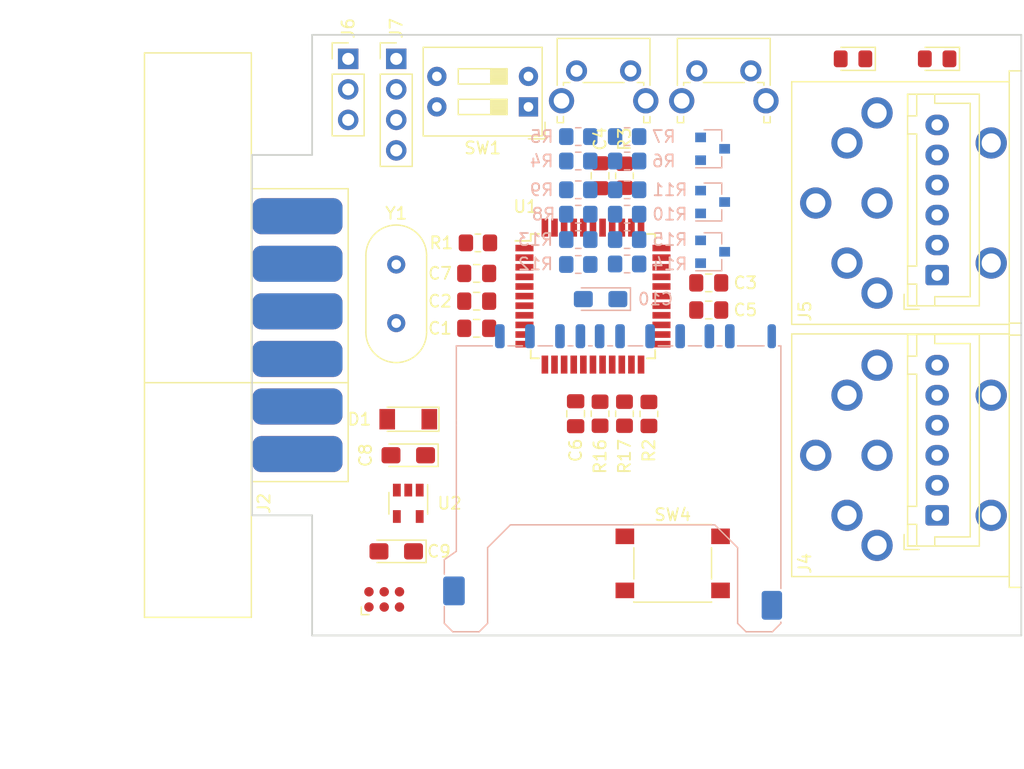
<source format=kicad_pcb>
(kicad_pcb (version 20171130) (host pcbnew "(5.1.9)-1")

  (general
    (thickness 1.6)
    (drawings 9)
    (tracks 0)
    (zones 0)
    (modules 49)
    (nets 54)
  )

  (page USLetter)
  (title_block
    (title SD2IEC)
    (date 2021-07-01)
    (rev A)
  )

  (layers
    (0 F.Cu signal)
    (31 B.Cu signal)
    (32 B.Adhes user hide)
    (33 F.Adhes user hide)
    (34 B.Paste user hide)
    (35 F.Paste user)
    (36 B.SilkS user hide)
    (37 F.SilkS user)
    (38 B.Mask user hide)
    (39 F.Mask user)
    (40 Dwgs.User user)
    (41 Cmts.User user hide)
    (44 Edge.Cuts user)
    (45 Margin user hide)
    (46 B.CrtYd user hide)
    (47 F.CrtYd user hide)
    (48 B.Fab user hide)
    (49 F.Fab user hide)
  )

  (setup
    (last_trace_width 0.15)
    (trace_clearance 0.15)
    (zone_clearance 0.508)
    (zone_45_only no)
    (trace_min 0.15)
    (via_size 0.6)
    (via_drill 0.3)
    (via_min_size 0.6)
    (via_min_drill 0.3)
    (user_via 0.6 0.3)
    (user_via 0.8 0.4)
    (uvia_size 0.3)
    (uvia_drill 0.1)
    (uvias_allowed no)
    (uvia_min_size 0.2)
    (uvia_min_drill 0.1)
    (edge_width 0.15)
    (segment_width 0.2)
    (pcb_text_width 0.3)
    (pcb_text_size 1.5 1.5)
    (mod_edge_width 0.15)
    (mod_text_size 1 1)
    (mod_text_width 0.15)
    (pad_size 1.75 1.75)
    (pad_drill 1)
    (pad_to_mask_clearance 0)
    (aux_axis_origin 0 0)
    (grid_origin 83.82 78.66)
    (visible_elements 7FFFF7FF)
    (pcbplotparams
      (layerselection 0x010fc_ffffffff)
      (usegerberextensions false)
      (usegerberattributes true)
      (usegerberadvancedattributes true)
      (creategerberjobfile true)
      (excludeedgelayer true)
      (linewidth 0.100000)
      (plotframeref false)
      (viasonmask false)
      (mode 1)
      (useauxorigin false)
      (hpglpennumber 1)
      (hpglpenspeed 20)
      (hpglpendiameter 15.000000)
      (psnegative false)
      (psa4output false)
      (plotreference true)
      (plotvalue true)
      (plotinvisibletext false)
      (padsonsilk false)
      (subtractmaskfromsilk false)
      (outputformat 1)
      (mirror false)
      (drillshape 1)
      (scaleselection 1)
      (outputdirectory ""))
  )

  (net 0 "")
  (net 1 GND)
  (net 2 "Net-(C1-Pad1)")
  (net 3 "Net-(C2-Pad1)")
  (net 4 "Net-(U1-Pad43)")
  (net 5 "Net-(U1-Pad42)")
  (net 6 "Net-(U1-Pad41)")
  (net 7 "Net-(U1-Pad40)")
  (net 8 +3V3)
  (net 9 "Net-(U1-Pad34)")
  (net 10 "Net-(U1-Pad30)")
  (net 11 "Net-(U1-Pad26)")
  (net 12 "Net-(U1-Pad13)")
  (net 13 "Net-(U1-Pad12)")
  (net 14 /AREF)
  (net 15 +5V)
  (net 16 "Net-(U2-Pad4)")
  (net 17 "Net-(C8-Pad1)")
  (net 18 "Net-(J3-Pad8)")
  (net 19 "Net-(J3-Pad9)")
  (net 20 /~SD_CS)
  (net 21 "Net-(J1-Pad5)")
  (net 22 /MOSI)
  (net 23 /SCK)
  (net 24 /MISO)
  (net 25 "Net-(Q1-Pad2)")
  (net 26 /IEC_CLK/WRITE)
  (net 27 "Net-(Q2-Pad2)")
  (net 28 /IEC_DATA/WRITE)
  (net 29 "Net-(Q3-Pad2)")
  (net 30 /IEC_ATN/WRITE)
  (net 31 /IEC_CLK/READ)
  (net 32 /IEC_DATA/READ)
  (net 33 /IEC_ATN/READ)
  (net 34 /IEC_DATA)
  (net 35 /~IEC_RESET)
  (net 36 /IEC_CLK)
  (net 37 /~IEC_SQR)
  (net 38 /IEC_ATN)
  (net 39 /RXD)
  (net 40 /TXD)
  (net 41 /~WRITE_PROTECT)
  (net 42 /~CARD_DETECT)
  (net 43 /SCL)
  (net 44 /SDA)
  (net 45 /INTRQ)
  (net 46 /IEC8_9)
  (net 47 /IEC10_11)
  (net 48 /PREV)
  (net 49 /NEXT)
  (net 50 "Net-(D2-Pad2)")
  (net 51 "Net-(D3-Pad2)")
  (net 52 /BUSY_LED)
  (net 53 /DIRTY_LED)

  (net_class Default "This is the default net class."
    (clearance 0.15)
    (trace_width 0.15)
    (via_dia 0.6)
    (via_drill 0.3)
    (uvia_dia 0.3)
    (uvia_drill 0.1)
    (add_net +5V)
    (add_net /BUSY_LED)
    (add_net /DIRTY_LED)
    (add_net /IEC10_11)
    (add_net /IEC8_9)
    (add_net /IEC_ATN)
    (add_net /IEC_ATN/READ)
    (add_net /IEC_ATN/WRITE)
    (add_net /IEC_CLK)
    (add_net /IEC_CLK/READ)
    (add_net /IEC_CLK/WRITE)
    (add_net /IEC_DATA)
    (add_net /IEC_DATA/READ)
    (add_net /IEC_DATA/WRITE)
    (add_net /INTRQ)
    (add_net /MISO)
    (add_net /MOSI)
    (add_net /NEXT)
    (add_net /PREV)
    (add_net /RXD)
    (add_net /SCK)
    (add_net /SCL)
    (add_net /SDA)
    (add_net /TXD)
    (add_net /~CARD_DETECT)
    (add_net /~IEC_RESET)
    (add_net /~IEC_SQR)
    (add_net /~SD_CS)
    (add_net /~WRITE_PROTECT)
    (add_net "Net-(C1-Pad1)")
    (add_net "Net-(C2-Pad1)")
    (add_net "Net-(C8-Pad1)")
    (add_net "Net-(D2-Pad2)")
    (add_net "Net-(D3-Pad2)")
    (add_net "Net-(J1-Pad5)")
    (add_net "Net-(J3-Pad8)")
    (add_net "Net-(J3-Pad9)")
    (add_net "Net-(Q1-Pad2)")
    (add_net "Net-(Q2-Pad2)")
    (add_net "Net-(Q3-Pad2)")
    (add_net "Net-(U1-Pad12)")
    (add_net "Net-(U1-Pad13)")
    (add_net "Net-(U1-Pad26)")
    (add_net "Net-(U1-Pad30)")
    (add_net "Net-(U1-Pad34)")
    (add_net "Net-(U1-Pad40)")
    (add_net "Net-(U1-Pad41)")
    (add_net "Net-(U1-Pad42)")
    (add_net "Net-(U1-Pad43)")
    (add_net "Net-(U2-Pad4)")
  )

  (net_class POWER ""
    (clearance 0.2)
    (trace_width 0.3)
    (via_dia 0.8)
    (via_drill 0.4)
    (uvia_dia 0.3)
    (uvia_drill 0.1)
    (add_net +3V3)
    (add_net /AREF)
    (add_net GND)
  )

  (module Button_Switch_SMD:SW_SPST_PTS645 (layer F.Cu) (tedit 5A02FC95) (tstamp 60E22022)
    (at 118.82 122.66)
    (descr "C&K Components SPST SMD PTS645 Series 6mm Tact Switch")
    (tags "SPST Button Switch")
    (path /613913D5)
    (attr smd)
    (fp_text reference SW4 (at 0 -4.05) (layer F.SilkS)
      (effects (font (size 1 1) (thickness 0.15)))
    )
    (fp_text value RESET (at 0 4.15) (layer F.Fab)
      (effects (font (size 1 1) (thickness 0.15)))
    )
    (fp_text user %R (at 0 -4.05) (layer F.Fab)
      (effects (font (size 1 1) (thickness 0.15)))
    )
    (fp_line (start -3 -3) (end -3 3) (layer F.Fab) (width 0.1))
    (fp_line (start -3 3) (end 3 3) (layer F.Fab) (width 0.1))
    (fp_line (start 3 3) (end 3 -3) (layer F.Fab) (width 0.1))
    (fp_line (start 3 -3) (end -3 -3) (layer F.Fab) (width 0.1))
    (fp_line (start 5.05 3.4) (end 5.05 -3.4) (layer F.CrtYd) (width 0.05))
    (fp_line (start -5.05 -3.4) (end -5.05 3.4) (layer F.CrtYd) (width 0.05))
    (fp_line (start -5.05 3.4) (end 5.05 3.4) (layer F.CrtYd) (width 0.05))
    (fp_line (start -5.05 -3.4) (end 5.05 -3.4) (layer F.CrtYd) (width 0.05))
    (fp_line (start 3.23 -3.23) (end 3.23 -3.2) (layer F.SilkS) (width 0.12))
    (fp_line (start 3.23 3.23) (end 3.23 3.2) (layer F.SilkS) (width 0.12))
    (fp_line (start -3.23 3.23) (end -3.23 3.2) (layer F.SilkS) (width 0.12))
    (fp_line (start -3.23 -3.2) (end -3.23 -3.23) (layer F.SilkS) (width 0.12))
    (fp_line (start 3.23 -1.3) (end 3.23 1.3) (layer F.SilkS) (width 0.12))
    (fp_line (start -3.23 -3.23) (end 3.23 -3.23) (layer F.SilkS) (width 0.12))
    (fp_line (start -3.23 -1.3) (end -3.23 1.3) (layer F.SilkS) (width 0.12))
    (fp_line (start -3.23 3.23) (end 3.23 3.23) (layer F.SilkS) (width 0.12))
    (fp_circle (center 0 0) (end 1.75 -0.05) (layer F.Fab) (width 0.1))
    (pad 2 smd rect (at 3.98 2.25) (size 1.55 1.3) (layers F.Cu F.Paste F.Mask)
      (net 1 GND))
    (pad 1 smd rect (at 3.98 -2.25) (size 1.55 1.3) (layers F.Cu F.Paste F.Mask)
      (net 21 "Net-(J1-Pad5)"))
    (pad 1 smd rect (at -3.98 -2.25) (size 1.55 1.3) (layers F.Cu F.Paste F.Mask)
      (net 21 "Net-(J1-Pad5)"))
    (pad 2 smd rect (at -3.98 2.25) (size 1.55 1.3) (layers F.Cu F.Paste F.Mask)
      (net 1 GND))
    (model ${KISYS3DMOD}/Button_Switch_SMD.3dshapes/SW_SPST_PTS645.wrl
      (at (xyz 0 0 0))
      (scale (xyz 1 1 1))
      (rotate (xyz 0 0 0))
    )
  )

  (module DTLib:COMMODORE_CASSETTE_EdgeMount (layer F.Cu) (tedit 611B2389) (tstamp 61177420)
    (at 83.82 103.66 270)
    (tags "commodore cassette female edge")
    (path /6118116A)
    (fp_text reference J2 (at 14 -1 270) (layer F.SilkS)
      (effects (font (size 1 1) (thickness 0.15)))
    )
    (fp_text value "5VDC IN" (at 0 4.5 90) (layer F.Fab)
      (effects (font (size 1 1) (thickness 0.15)))
    )
    (fp_text user "PCB Edge" (at -18 -1 90) (layer Dwgs.User)
      (effects (font (size 1 1) (thickness 0.15)))
    )
    (fp_line (start -23.368 0) (end 23.368 0) (layer Dwgs.User) (width 0.12))
    (fp_line (start 3.96 -8) (end 3.96 8.945) (layer F.SilkS) (width 0.12))
    (fp_line (start 12.192 0.055) (end 12.192 -8) (layer F.SilkS) (width 0.12))
    (fp_line (start -12.192 0.055) (end -12.192 -8) (layer F.SilkS) (width 0.12))
    (fp_line (start -23.495 8.945) (end 23.495 8.945) (layer F.SilkS) (width 0.12))
    (fp_line (start 23.495 8.945) (end 23.495 0.055) (layer F.SilkS) (width 0.12))
    (fp_line (start 23.495 0.055) (end -23.495 0.055) (layer F.SilkS) (width 0.12))
    (fp_line (start -23.495 0.055) (end -23.495 8.945) (layer F.SilkS) (width 0.12))
    (fp_line (start -23.395 0) (end -12 0) (layer F.CrtYd) (width 0.05))
    (fp_line (start 23.395 0) (end 23.395 8.855) (layer F.CrtYd) (width 0.05))
    (fp_line (start 23.395 8.855) (end -23.395 8.855) (layer F.CrtYd) (width 0.05))
    (fp_line (start -23.395 8.855) (end -23.395 0) (layer F.CrtYd) (width 0.05))
    (fp_line (start 12.192 -8) (end -12.192 -8) (layer F.SilkS) (width 0.12))
    (fp_line (start -12 0) (end -12 -7.874) (layer F.CrtYd) (width 0.05))
    (fp_line (start -12 -7.874) (end 12 -7.874) (layer F.CrtYd) (width 0.05))
    (fp_line (start 12 -7.874) (end 12 0) (layer F.CrtYd) (width 0.05))
    (fp_line (start 23.395 0) (end 12 0) (layer F.CrtYd) (width 0.05))
    (fp_line (start 23.395 0) (end 12 0) (layer B.CrtYd) (width 0.05))
    (fp_line (start -23.395 0) (end -12 0) (layer B.CrtYd) (width 0.05))
    (fp_line (start 23.395 0) (end 23.395 8.855) (layer B.CrtYd) (width 0.05))
    (fp_line (start -23.395 8.855) (end -23.395 0) (layer B.CrtYd) (width 0.05))
    (fp_line (start -12 -7.874) (end 12 -7.874) (layer B.CrtYd) (width 0.05))
    (fp_line (start 23.395 8.855) (end -23.395 8.855) (layer B.CrtYd) (width 0.05))
    (fp_line (start -12 0) (end -12 -7.874) (layer B.CrtYd) (width 0.05))
    (fp_line (start 12 -7.874) (end 12 0) (layer B.CrtYd) (width 0.05))
    (pad 4 smd roundrect (at -1.98 -3.78 270) (size 3 7.5) (layers B.Cu B.Paste B.Mask) (roundrect_rratio 0.25))
    (pad 2 smd roundrect (at 5.94 -3.78 270) (size 3 7.5) (layers B.Cu B.Paste B.Mask) (roundrect_rratio 0.25)
      (net 15 +5V))
    (pad 1 smd roundrect (at 9.9 -3.78 270) (size 3 7.5) (layers B.Cu B.Paste B.Mask) (roundrect_rratio 0.25)
      (net 1 GND))
    (pad 3 smd roundrect (at 1.98 -3.78 270) (size 3 7.5) (layers B.Cu B.Paste B.Mask) (roundrect_rratio 0.25))
    (pad 6 smd roundrect (at -9.9 -3.78 270) (size 3 7.5) (layers B.Cu B.Paste B.Mask) (roundrect_rratio 0.25))
    (pad 5 smd roundrect (at -5.94 -3.78 270) (size 3 7.5) (layers B.Cu B.Paste B.Mask) (roundrect_rratio 0.25))
    (pad 6 smd roundrect (at -9.9 -3.78 270) (size 3 7.5) (layers F.Cu F.Paste F.Mask) (roundrect_rratio 0.25))
    (pad 5 smd roundrect (at -5.94 -3.78 270) (size 3 7.5) (layers F.Cu F.Paste F.Mask) (roundrect_rratio 0.25))
    (pad 4 smd roundrect (at -1.98 -3.78 270) (size 3 7.5) (layers F.Cu F.Paste F.Mask) (roundrect_rratio 0.25))
    (pad 3 smd roundrect (at 1.98 -3.78 270) (size 3 7.5) (layers F.Cu F.Paste F.Mask) (roundrect_rratio 0.25))
    (pad 2 smd roundrect (at 5.94 -3.78 270) (size 3 7.5) (layers F.Cu F.Paste F.Mask) (roundrect_rratio 0.25)
      (net 15 +5V))
    (pad 1 smd roundrect (at 9.9 -3.78 270) (size 3 7.5) (layers F.Cu F.Paste F.Mask) (roundrect_rratio 0.25)
      (net 1 GND))
    (model "${KIPRJMOD}/DTLib.pretty/305-012-520-202 - EDAC Card Edge Connector.STEP"
      (offset (xyz 23.4 -0.17 3.5))
      (scale (xyz 1 1 1))
      (rotate (xyz 0 0 -180))
    )
    (model "${KIPRJMOD}/DTLib.pretty/Edge Connector Key.stp"
      (offset (xyz 3.96 -3 -1))
      (scale (xyz 1 1 1))
      (rotate (xyz -90 0 0))
    )
  )

  (module DTLib:DIN6_PCB_RIGHTANGLE (layer F.Cu) (tedit 6119D513) (tstamp 60DF80E9)
    (at 147.82 113.66 90)
    (descr "6 pin female DIN jack socket pcb right angle")
    (tags DIN)
    (path /60E82AA4)
    (fp_text reference J4 (at -9 -18 90) (layer F.SilkS)
      (effects (font (size 1 1) (thickness 0.15)))
    )
    (fp_text value "IEC (DIN6)" (at 0 -5 90) (layer F.Fab)
      (effects (font (size 1 1) (thickness 0.15)))
    )
    (fp_line (start -11 0) (end 11 0) (layer F.CrtYd) (width 0.12))
    (fp_line (start 10 -1) (end 10 -19) (layer F.CrtYd) (width 0.12))
    (fp_line (start -10 -1) (end -10 -19) (layer F.CrtYd) (width 0.12))
    (fp_line (start -10 -19) (end 10 -19) (layer F.CrtYd) (width 0.12))
    (fp_line (start -11 0) (end 11 0) (layer F.SilkS) (width 0.12))
    (fp_line (start 10.1 -1) (end 10.1 -19.1) (layer F.SilkS) (width 0.12))
    (fp_line (start 10.1 -19.1) (end -10.1 -19.1) (layer F.SilkS) (width 0.12))
    (fp_line (start -10.1 -19.1) (end -10.1 -1) (layer F.SilkS) (width 0.12))
    (fp_line (start -10 -1) (end 10 -1) (layer F.SilkS) (width 0.12))
    (fp_line (start -11 0) (end 11 0) (layer F.Fab) (width 0.12))
    (fp_line (start 10 -1) (end 10 -19) (layer F.Fab) (width 0.12))
    (fp_line (start 10 -19) (end -10 -19) (layer F.Fab) (width 0.12))
    (fp_line (start -10 -19) (end -10 -1) (layer F.Fab) (width 0.12))
    (fp_line (start -11 0) (end -11 -1) (layer F.SilkS) (width 0.12))
    (fp_line (start -11 -1) (end -10 -1) (layer F.SilkS) (width 0.12))
    (fp_line (start 10 -1) (end 11 -1) (layer F.SilkS) (width 0.12))
    (fp_line (start 11 -1) (end 11 0) (layer F.SilkS) (width 0.12))
    (fp_line (start 11 0) (end 11 -1) (layer F.Fab) (width 0.12))
    (fp_line (start 11 -1) (end 10 -1) (layer F.Fab) (width 0.12))
    (fp_line (start -11 0) (end -11 -1) (layer F.Fab) (width 0.12))
    (fp_line (start -11 -1) (end -10 -1) (layer F.Fab) (width 0.12))
    (fp_line (start -11 0) (end -11 -1) (layer F.CrtYd) (width 0.12))
    (fp_line (start -11 -1) (end -10 -1) (layer F.CrtYd) (width 0.12))
    (fp_line (start 11 0) (end 11 -1) (layer F.CrtYd) (width 0.12))
    (fp_line (start 11 -1) (end 10 -1) (layer F.CrtYd) (width 0.12))
    (pad "" thru_hole circle (at 5 -2.5 90) (size 2.6 2.6) (drill 1.6) (layers *.Cu *.Mask))
    (pad "" thru_hole circle (at -5 -2.5 90) (size 2.6 2.6) (drill 1.6) (layers *.Cu *.Mask))
    (pad 6 thru_hole circle (at 0 -17.1 90) (size 2.6 2.6) (drill 1.6) (layers *.Cu *.Mask)
      (net 35 /~IEC_RESET))
    (pad 4 thru_hole circle (at 5 -14.5 90) (size 2.6 2.6) (drill 1.6) (layers *.Cu *.Mask)
      (net 36 /IEC_CLK))
    (pad 5 thru_hole circle (at -5 -14.5 90) (size 2.6 2.6) (drill 1.6) (layers *.Cu *.Mask)
      (net 34 /IEC_DATA))
    (pad 3 thru_hole circle (at -7.5 -12 90) (size 2.6 2.6) (drill 1.6) (layers *.Cu *.Mask)
      (net 38 /IEC_ATN))
    (pad 1 thru_hole circle (at 7.5 -12 90) (size 2.6 2.6) (drill 1.6) (layers *.Cu *.Mask)
      (net 37 /~IEC_SQR))
    (pad 2 thru_hole circle (at 0 -12 90) (size 2.6 2.6) (drill 1.6) (layers *.Cu *.Mask)
      (net 1 GND))
    (model "${KIPRJMOD}/DTLib.pretty/DIN 45322 Circular Connector.stp"
      (offset (xyz 7.5 12 0))
      (scale (xyz 1 1 1))
      (rotate (xyz 0 0 -180))
    )
  )

  (module Connector_JST:JST_XH_B6B-XH-A_1x06_P2.50mm_Vertical (layer F.Cu) (tedit 5C28146C) (tstamp 611BBCCE)
    (at 140.82 98.66 90)
    (descr "JST XH series connector, B6B-XH-A (http://www.jst-mfg.com/product/pdf/eng/eXH.pdf), generated with kicad-footprint-generator")
    (tags "connector JST XH vertical")
    (path /611E648F)
    (fp_text reference J9 (at 6.25 2 90) (layer F.SilkS) hide
      (effects (font (size 1 1) (thickness 0.15)))
    )
    (fp_text value IEC_ALT2 (at 6.25 4.6 90) (layer F.Fab)
      (effects (font (size 1 1) (thickness 0.15)))
    )
    (fp_text user %R (at 6.25 2.7 90) (layer F.Fab)
      (effects (font (size 1 1) (thickness 0.15)))
    )
    (fp_line (start -2.45 -2.35) (end -2.45 3.4) (layer F.Fab) (width 0.1))
    (fp_line (start -2.45 3.4) (end 14.95 3.4) (layer F.Fab) (width 0.1))
    (fp_line (start 14.95 3.4) (end 14.95 -2.35) (layer F.Fab) (width 0.1))
    (fp_line (start 14.95 -2.35) (end -2.45 -2.35) (layer F.Fab) (width 0.1))
    (fp_line (start -2.56 -2.46) (end -2.56 3.51) (layer F.SilkS) (width 0.12))
    (fp_line (start -2.56 3.51) (end 15.06 3.51) (layer F.SilkS) (width 0.12))
    (fp_line (start 15.06 3.51) (end 15.06 -2.46) (layer F.SilkS) (width 0.12))
    (fp_line (start 15.06 -2.46) (end -2.56 -2.46) (layer F.SilkS) (width 0.12))
    (fp_line (start -2.95 -2.85) (end -2.95 3.9) (layer F.CrtYd) (width 0.05))
    (fp_line (start -2.95 3.9) (end 15.45 3.9) (layer F.CrtYd) (width 0.05))
    (fp_line (start 15.45 3.9) (end 15.45 -2.85) (layer F.CrtYd) (width 0.05))
    (fp_line (start 15.45 -2.85) (end -2.95 -2.85) (layer F.CrtYd) (width 0.05))
    (fp_line (start -0.625 -2.35) (end 0 -1.35) (layer F.Fab) (width 0.1))
    (fp_line (start 0 -1.35) (end 0.625 -2.35) (layer F.Fab) (width 0.1))
    (fp_line (start 0.75 -2.45) (end 0.75 -1.7) (layer F.SilkS) (width 0.12))
    (fp_line (start 0.75 -1.7) (end 11.75 -1.7) (layer F.SilkS) (width 0.12))
    (fp_line (start 11.75 -1.7) (end 11.75 -2.45) (layer F.SilkS) (width 0.12))
    (fp_line (start 11.75 -2.45) (end 0.75 -2.45) (layer F.SilkS) (width 0.12))
    (fp_line (start -2.55 -2.45) (end -2.55 -1.7) (layer F.SilkS) (width 0.12))
    (fp_line (start -2.55 -1.7) (end -0.75 -1.7) (layer F.SilkS) (width 0.12))
    (fp_line (start -0.75 -1.7) (end -0.75 -2.45) (layer F.SilkS) (width 0.12))
    (fp_line (start -0.75 -2.45) (end -2.55 -2.45) (layer F.SilkS) (width 0.12))
    (fp_line (start 13.25 -2.45) (end 13.25 -1.7) (layer F.SilkS) (width 0.12))
    (fp_line (start 13.25 -1.7) (end 15.05 -1.7) (layer F.SilkS) (width 0.12))
    (fp_line (start 15.05 -1.7) (end 15.05 -2.45) (layer F.SilkS) (width 0.12))
    (fp_line (start 15.05 -2.45) (end 13.25 -2.45) (layer F.SilkS) (width 0.12))
    (fp_line (start -2.55 -0.2) (end -1.8 -0.2) (layer F.SilkS) (width 0.12))
    (fp_line (start -1.8 -0.2) (end -1.8 2.75) (layer F.SilkS) (width 0.12))
    (fp_line (start -1.8 2.75) (end 6.25 2.75) (layer F.SilkS) (width 0.12))
    (fp_line (start 15.05 -0.2) (end 14.3 -0.2) (layer F.SilkS) (width 0.12))
    (fp_line (start 14.3 -0.2) (end 14.3 2.75) (layer F.SilkS) (width 0.12))
    (fp_line (start 14.3 2.75) (end 6.25 2.75) (layer F.SilkS) (width 0.12))
    (fp_line (start -1.6 -2.75) (end -2.85 -2.75) (layer F.SilkS) (width 0.12))
    (fp_line (start -2.85 -2.75) (end -2.85 -1.5) (layer F.SilkS) (width 0.12))
    (pad 6 thru_hole oval (at 12.5 0 90) (size 1.7 1.95) (drill 0.95) (layers *.Cu *.Mask)
      (net 35 /~IEC_RESET))
    (pad 5 thru_hole oval (at 10 0 90) (size 1.7 1.95) (drill 0.95) (layers *.Cu *.Mask)
      (net 34 /IEC_DATA))
    (pad 4 thru_hole oval (at 7.5 0 90) (size 1.7 1.95) (drill 0.95) (layers *.Cu *.Mask)
      (net 36 /IEC_CLK))
    (pad 3 thru_hole oval (at 5 0 90) (size 1.7 1.95) (drill 0.95) (layers *.Cu *.Mask)
      (net 38 /IEC_ATN))
    (pad 2 thru_hole oval (at 2.5 0 90) (size 1.7 1.95) (drill 0.95) (layers *.Cu *.Mask)
      (net 1 GND))
    (pad 1 thru_hole roundrect (at 0 0 90) (size 1.7 1.95) (drill 0.95) (layers *.Cu *.Mask) (roundrect_rratio 0.147059)
      (net 37 /~IEC_SQR))
    (model ${KISYS3DMOD}/Connector_JST.3dshapes/JST_XH_B6B-XH-A_1x06_P2.50mm_Vertical.wrl
      (at (xyz 0 0 0))
      (scale (xyz 1 1 1))
      (rotate (xyz 0 0 0))
    )
  )

  (module Connector_JST:JST_XH_B6B-XH-A_1x06_P2.50mm_Vertical (layer F.Cu) (tedit 5C28146C) (tstamp 611BBCA1)
    (at 140.82 118.66 90)
    (descr "JST XH series connector, B6B-XH-A (http://www.jst-mfg.com/product/pdf/eng/eXH.pdf), generated with kicad-footprint-generator")
    (tags "connector JST XH vertical")
    (path /611E26EF)
    (fp_text reference J8 (at 6 2 90) (layer F.SilkS) hide
      (effects (font (size 1 1) (thickness 0.15)))
    )
    (fp_text value IEC_ALT1 (at 6.25 4.6 90) (layer F.Fab)
      (effects (font (size 1 1) (thickness 0.15)))
    )
    (fp_text user %R (at 6.25 2.7 90) (layer F.Fab)
      (effects (font (size 1 1) (thickness 0.15)))
    )
    (fp_line (start -2.45 -2.35) (end -2.45 3.4) (layer F.Fab) (width 0.1))
    (fp_line (start -2.45 3.4) (end 14.95 3.4) (layer F.Fab) (width 0.1))
    (fp_line (start 14.95 3.4) (end 14.95 -2.35) (layer F.Fab) (width 0.1))
    (fp_line (start 14.95 -2.35) (end -2.45 -2.35) (layer F.Fab) (width 0.1))
    (fp_line (start -2.56 -2.46) (end -2.56 3.51) (layer F.SilkS) (width 0.12))
    (fp_line (start -2.56 3.51) (end 15.06 3.51) (layer F.SilkS) (width 0.12))
    (fp_line (start 15.06 3.51) (end 15.06 -2.46) (layer F.SilkS) (width 0.12))
    (fp_line (start 15.06 -2.46) (end -2.56 -2.46) (layer F.SilkS) (width 0.12))
    (fp_line (start -2.95 -2.85) (end -2.95 3.9) (layer F.CrtYd) (width 0.05))
    (fp_line (start -2.95 3.9) (end 15.45 3.9) (layer F.CrtYd) (width 0.05))
    (fp_line (start 15.45 3.9) (end 15.45 -2.85) (layer F.CrtYd) (width 0.05))
    (fp_line (start 15.45 -2.85) (end -2.95 -2.85) (layer F.CrtYd) (width 0.05))
    (fp_line (start -0.625 -2.35) (end 0 -1.35) (layer F.Fab) (width 0.1))
    (fp_line (start 0 -1.35) (end 0.625 -2.35) (layer F.Fab) (width 0.1))
    (fp_line (start 0.75 -2.45) (end 0.75 -1.7) (layer F.SilkS) (width 0.12))
    (fp_line (start 0.75 -1.7) (end 11.75 -1.7) (layer F.SilkS) (width 0.12))
    (fp_line (start 11.75 -1.7) (end 11.75 -2.45) (layer F.SilkS) (width 0.12))
    (fp_line (start 11.75 -2.45) (end 0.75 -2.45) (layer F.SilkS) (width 0.12))
    (fp_line (start -2.55 -2.45) (end -2.55 -1.7) (layer F.SilkS) (width 0.12))
    (fp_line (start -2.55 -1.7) (end -0.75 -1.7) (layer F.SilkS) (width 0.12))
    (fp_line (start -0.75 -1.7) (end -0.75 -2.45) (layer F.SilkS) (width 0.12))
    (fp_line (start -0.75 -2.45) (end -2.55 -2.45) (layer F.SilkS) (width 0.12))
    (fp_line (start 13.25 -2.45) (end 13.25 -1.7) (layer F.SilkS) (width 0.12))
    (fp_line (start 13.25 -1.7) (end 15.05 -1.7) (layer F.SilkS) (width 0.12))
    (fp_line (start 15.05 -1.7) (end 15.05 -2.45) (layer F.SilkS) (width 0.12))
    (fp_line (start 15.05 -2.45) (end 13.25 -2.45) (layer F.SilkS) (width 0.12))
    (fp_line (start -2.55 -0.2) (end -1.8 -0.2) (layer F.SilkS) (width 0.12))
    (fp_line (start -1.8 -0.2) (end -1.8 2.75) (layer F.SilkS) (width 0.12))
    (fp_line (start -1.8 2.75) (end 6.25 2.75) (layer F.SilkS) (width 0.12))
    (fp_line (start 15.05 -0.2) (end 14.3 -0.2) (layer F.SilkS) (width 0.12))
    (fp_line (start 14.3 -0.2) (end 14.3 2.75) (layer F.SilkS) (width 0.12))
    (fp_line (start 14.3 2.75) (end 6.25 2.75) (layer F.SilkS) (width 0.12))
    (fp_line (start -1.6 -2.75) (end -2.85 -2.75) (layer F.SilkS) (width 0.12))
    (fp_line (start -2.85 -2.75) (end -2.85 -1.5) (layer F.SilkS) (width 0.12))
    (pad 6 thru_hole oval (at 12.5 0 90) (size 1.7 1.95) (drill 0.95) (layers *.Cu *.Mask)
      (net 35 /~IEC_RESET))
    (pad 5 thru_hole oval (at 10 0 90) (size 1.7 1.95) (drill 0.95) (layers *.Cu *.Mask)
      (net 34 /IEC_DATA))
    (pad 4 thru_hole oval (at 7.5 0 90) (size 1.7 1.95) (drill 0.95) (layers *.Cu *.Mask)
      (net 36 /IEC_CLK))
    (pad 3 thru_hole oval (at 5 0 90) (size 1.7 1.95) (drill 0.95) (layers *.Cu *.Mask)
      (net 38 /IEC_ATN))
    (pad 2 thru_hole oval (at 2.5 0 90) (size 1.7 1.95) (drill 0.95) (layers *.Cu *.Mask)
      (net 1 GND))
    (pad 1 thru_hole roundrect (at 0 0 90) (size 1.7 1.95) (drill 0.95) (layers *.Cu *.Mask) (roundrect_rratio 0.147059)
      (net 37 /~IEC_SQR))
    (model ${KISYS3DMOD}/Connector_JST.3dshapes/JST_XH_B6B-XH-A_1x06_P2.50mm_Vertical.wrl
      (at (xyz 0 0 0))
      (scale (xyz 1 1 1))
      (rotate (xyz 0 0 0))
    )
  )

  (module DTLib:DIN6_PCB_RIGHTANGLE (layer F.Cu) (tedit 6119D513) (tstamp 60DF6C41)
    (at 147.82 92.66 90)
    (descr "6 pin female DIN jack socket pcb right angle")
    (tags DIN)
    (path /60E8369B)
    (fp_text reference J5 (at -9 -18 90) (layer F.SilkS)
      (effects (font (size 1 1) (thickness 0.15)))
    )
    (fp_text value "IEC (DIN6)" (at 0 -5 90) (layer F.Fab)
      (effects (font (size 1 1) (thickness 0.15)))
    )
    (fp_line (start 11 -1) (end 10 -1) (layer F.CrtYd) (width 0.12))
    (fp_line (start 11 0) (end 11 -1) (layer F.CrtYd) (width 0.12))
    (fp_line (start -11 -1) (end -10 -1) (layer F.CrtYd) (width 0.12))
    (fp_line (start -11 0) (end -11 -1) (layer F.CrtYd) (width 0.12))
    (fp_line (start -11 -1) (end -10 -1) (layer F.Fab) (width 0.12))
    (fp_line (start -11 0) (end -11 -1) (layer F.Fab) (width 0.12))
    (fp_line (start 11 -1) (end 10 -1) (layer F.Fab) (width 0.12))
    (fp_line (start 11 0) (end 11 -1) (layer F.Fab) (width 0.12))
    (fp_line (start 11 -1) (end 11 0) (layer F.SilkS) (width 0.12))
    (fp_line (start 10 -1) (end 11 -1) (layer F.SilkS) (width 0.12))
    (fp_line (start -11 -1) (end -10 -1) (layer F.SilkS) (width 0.12))
    (fp_line (start -11 0) (end -11 -1) (layer F.SilkS) (width 0.12))
    (fp_line (start -10 -19) (end -10 -1) (layer F.Fab) (width 0.12))
    (fp_line (start 10 -19) (end -10 -19) (layer F.Fab) (width 0.12))
    (fp_line (start 10 -1) (end 10 -19) (layer F.Fab) (width 0.12))
    (fp_line (start -11 0) (end 11 0) (layer F.Fab) (width 0.12))
    (fp_line (start -10 -1) (end 10 -1) (layer F.SilkS) (width 0.12))
    (fp_line (start -10.1 -19.1) (end -10.1 -1) (layer F.SilkS) (width 0.12))
    (fp_line (start 10.1 -19.1) (end -10.1 -19.1) (layer F.SilkS) (width 0.12))
    (fp_line (start 10.1 -1) (end 10.1 -19.1) (layer F.SilkS) (width 0.12))
    (fp_line (start -11 0) (end 11 0) (layer F.SilkS) (width 0.12))
    (fp_line (start -10 -19) (end 10 -19) (layer F.CrtYd) (width 0.12))
    (fp_line (start -10 -1) (end -10 -19) (layer F.CrtYd) (width 0.12))
    (fp_line (start 10 -1) (end 10 -19) (layer F.CrtYd) (width 0.12))
    (fp_line (start -11 0) (end 11 0) (layer F.CrtYd) (width 0.12))
    (pad "" thru_hole circle (at 5 -2.5 90) (size 2.6 2.6) (drill 1.6) (layers *.Cu *.Mask))
    (pad "" thru_hole circle (at -5 -2.5 90) (size 2.6 2.6) (drill 1.6) (layers *.Cu *.Mask))
    (pad 6 thru_hole circle (at 0 -17.1 90) (size 2.6 2.6) (drill 1.6) (layers *.Cu *.Mask)
      (net 35 /~IEC_RESET))
    (pad 4 thru_hole circle (at 5 -14.5 90) (size 2.6 2.6) (drill 1.6) (layers *.Cu *.Mask)
      (net 36 /IEC_CLK))
    (pad 5 thru_hole circle (at -5 -14.5 90) (size 2.6 2.6) (drill 1.6) (layers *.Cu *.Mask)
      (net 34 /IEC_DATA))
    (pad 3 thru_hole circle (at -7.5 -12 90) (size 2.6 2.6) (drill 1.6) (layers *.Cu *.Mask)
      (net 38 /IEC_ATN))
    (pad 1 thru_hole circle (at 7.5 -12 90) (size 2.6 2.6) (drill 1.6) (layers *.Cu *.Mask)
      (net 37 /~IEC_SQR))
    (pad 2 thru_hole circle (at 0 -12 90) (size 2.6 2.6) (drill 1.6) (layers *.Cu *.Mask)
      (net 1 GND))
    (model "${KIPRJMOD}/DTLib.pretty/DIN 45322 Circular Connector.stp"
      (offset (xyz 7.5 12 0))
      (scale (xyz 1 1 1))
      (rotate (xyz 0 0 -180))
    )
  )

  (module Resistor_SMD:R_0805_2012Metric_Pad1.20x1.40mm_HandSolder (layer F.Cu) (tedit 5F68FEEE) (tstamp 6116A69A)
    (at 114.808 110.204 270)
    (descr "Resistor SMD 0805 (2012 Metric), square (rectangular) end terminal, IPC_7351 nominal with elongated pad for handsoldering. (Body size source: IPC-SM-782 page 72, https://www.pcb-3d.com/wordpress/wp-content/uploads/ipc-sm-782a_amendment_1_and_2.pdf), generated with kicad-footprint-generator")
    (tags "resistor handsolder")
    (path /611C1F78)
    (attr smd)
    (fp_text reference R17 (at 3.556 0 90) (layer F.SilkS)
      (effects (font (size 1 1) (thickness 0.15)))
    )
    (fp_text value 330R (at 0 1.65 90) (layer F.Fab)
      (effects (font (size 1 1) (thickness 0.15)))
    )
    (fp_line (start -1 0.625) (end -1 -0.625) (layer F.Fab) (width 0.1))
    (fp_line (start -1 -0.625) (end 1 -0.625) (layer F.Fab) (width 0.1))
    (fp_line (start 1 -0.625) (end 1 0.625) (layer F.Fab) (width 0.1))
    (fp_line (start 1 0.625) (end -1 0.625) (layer F.Fab) (width 0.1))
    (fp_line (start -0.227064 -0.735) (end 0.227064 -0.735) (layer F.SilkS) (width 0.12))
    (fp_line (start -0.227064 0.735) (end 0.227064 0.735) (layer F.SilkS) (width 0.12))
    (fp_line (start -1.85 0.95) (end -1.85 -0.95) (layer F.CrtYd) (width 0.05))
    (fp_line (start -1.85 -0.95) (end 1.85 -0.95) (layer F.CrtYd) (width 0.05))
    (fp_line (start 1.85 -0.95) (end 1.85 0.95) (layer F.CrtYd) (width 0.05))
    (fp_line (start 1.85 0.95) (end -1.85 0.95) (layer F.CrtYd) (width 0.05))
    (fp_text user %R (at 0 0 90) (layer F.Fab)
      (effects (font (size 0.5 0.5) (thickness 0.08)))
    )
    (pad 2 smd roundrect (at 1 0 270) (size 1.2 1.4) (layers F.Cu F.Paste F.Mask) (roundrect_rratio 0.208333)
      (net 53 /DIRTY_LED))
    (pad 1 smd roundrect (at -1 0 270) (size 1.2 1.4) (layers F.Cu F.Paste F.Mask) (roundrect_rratio 0.208333)
      (net 50 "Net-(D2-Pad2)"))
    (model ${KISYS3DMOD}/Resistor_SMD.3dshapes/R_0805_2012Metric.wrl
      (at (xyz 0 0 0))
      (scale (xyz 1 1 1))
      (rotate (xyz 0 0 0))
    )
  )

  (module Resistor_SMD:R_0805_2012Metric_Pad1.20x1.40mm_HandSolder (layer F.Cu) (tedit 5F68FEEE) (tstamp 6116A689)
    (at 112.776 110.204 270)
    (descr "Resistor SMD 0805 (2012 Metric), square (rectangular) end terminal, IPC_7351 nominal with elongated pad for handsoldering. (Body size source: IPC-SM-782 page 72, https://www.pcb-3d.com/wordpress/wp-content/uploads/ipc-sm-782a_amendment_1_and_2.pdf), generated with kicad-footprint-generator")
    (tags "resistor handsolder")
    (path /611C0BB2)
    (attr smd)
    (fp_text reference R16 (at 3.556 0 90) (layer F.SilkS)
      (effects (font (size 1 1) (thickness 0.15)))
    )
    (fp_text value 330R (at 0 1.65 90) (layer F.Fab)
      (effects (font (size 1 1) (thickness 0.15)))
    )
    (fp_line (start -1 0.625) (end -1 -0.625) (layer F.Fab) (width 0.1))
    (fp_line (start -1 -0.625) (end 1 -0.625) (layer F.Fab) (width 0.1))
    (fp_line (start 1 -0.625) (end 1 0.625) (layer F.Fab) (width 0.1))
    (fp_line (start 1 0.625) (end -1 0.625) (layer F.Fab) (width 0.1))
    (fp_line (start -0.227064 -0.735) (end 0.227064 -0.735) (layer F.SilkS) (width 0.12))
    (fp_line (start -0.227064 0.735) (end 0.227064 0.735) (layer F.SilkS) (width 0.12))
    (fp_line (start -1.85 0.95) (end -1.85 -0.95) (layer F.CrtYd) (width 0.05))
    (fp_line (start -1.85 -0.95) (end 1.85 -0.95) (layer F.CrtYd) (width 0.05))
    (fp_line (start 1.85 -0.95) (end 1.85 0.95) (layer F.CrtYd) (width 0.05))
    (fp_line (start 1.85 0.95) (end -1.85 0.95) (layer F.CrtYd) (width 0.05))
    (fp_text user %R (at 0 0 90) (layer F.Fab)
      (effects (font (size 0.5 0.5) (thickness 0.08)))
    )
    (pad 2 smd roundrect (at 1 0 270) (size 1.2 1.4) (layers F.Cu F.Paste F.Mask) (roundrect_rratio 0.208333)
      (net 52 /BUSY_LED))
    (pad 1 smd roundrect (at -1 0 270) (size 1.2 1.4) (layers F.Cu F.Paste F.Mask) (roundrect_rratio 0.208333)
      (net 51 "Net-(D3-Pad2)"))
    (model ${KISYS3DMOD}/Resistor_SMD.3dshapes/R_0805_2012Metric.wrl
      (at (xyz 0 0 0))
      (scale (xyz 1 1 1))
      (rotate (xyz 0 0 0))
    )
  )

  (module LED_SMD:LED_0805_2012Metric_Pad1.15x1.40mm_HandSolder (layer F.Cu) (tedit 5F68FEF1) (tstamp 6116A24C)
    (at 140.82 80.66 180)
    (descr "LED SMD 0805 (2012 Metric), square (rectangular) end terminal, IPC_7351 nominal, (Body size source: https://docs.google.com/spreadsheets/d/1BsfQQcO9C6DZCsRaXUlFlo91Tg2WpOkGARC1WS5S8t0/edit?usp=sharing), generated with kicad-footprint-generator")
    (tags "LED handsolder")
    (path /611DF872)
    (attr smd)
    (fp_text reference D3 (at 0 0.008 270) (layer F.SilkS) hide
      (effects (font (size 1 1) (thickness 0.15)))
    )
    (fp_text value GREEN (at 0 1.65) (layer F.Fab)
      (effects (font (size 1 1) (thickness 0.15)))
    )
    (fp_line (start 1 -0.6) (end -0.7 -0.6) (layer F.Fab) (width 0.1))
    (fp_line (start -0.7 -0.6) (end -1 -0.3) (layer F.Fab) (width 0.1))
    (fp_line (start -1 -0.3) (end -1 0.6) (layer F.Fab) (width 0.1))
    (fp_line (start -1 0.6) (end 1 0.6) (layer F.Fab) (width 0.1))
    (fp_line (start 1 0.6) (end 1 -0.6) (layer F.Fab) (width 0.1))
    (fp_line (start 1 -0.96) (end -1.86 -0.96) (layer F.SilkS) (width 0.12))
    (fp_line (start -1.86 -0.96) (end -1.86 0.96) (layer F.SilkS) (width 0.12))
    (fp_line (start -1.86 0.96) (end 1 0.96) (layer F.SilkS) (width 0.12))
    (fp_line (start -1.85 0.95) (end -1.85 -0.95) (layer F.CrtYd) (width 0.05))
    (fp_line (start -1.85 -0.95) (end 1.85 -0.95) (layer F.CrtYd) (width 0.05))
    (fp_line (start 1.85 -0.95) (end 1.85 0.95) (layer F.CrtYd) (width 0.05))
    (fp_line (start 1.85 0.95) (end -1.85 0.95) (layer F.CrtYd) (width 0.05))
    (fp_text user %R (at 0 0) (layer F.Fab)
      (effects (font (size 0.5 0.5) (thickness 0.08)))
    )
    (pad 2 smd roundrect (at 1.025 0 180) (size 1.15 1.4) (layers F.Cu F.Paste F.Mask) (roundrect_rratio 0.217391)
      (net 51 "Net-(D3-Pad2)"))
    (pad 1 smd roundrect (at -1.025 0 180) (size 1.15 1.4) (layers F.Cu F.Paste F.Mask) (roundrect_rratio 0.217391)
      (net 1 GND))
    (model ${KISYS3DMOD}/LED_SMD.3dshapes/LED_0805_2012Metric.wrl
      (at (xyz 0 0 0))
      (scale (xyz 1 1 1))
      (rotate (xyz 0 0 0))
    )
  )

  (module LED_SMD:LED_0805_2012Metric_Pad1.15x1.40mm_HandSolder (layer F.Cu) (tedit 5F68FEF1) (tstamp 6116A239)
    (at 133.82 80.66 180)
    (descr "LED SMD 0805 (2012 Metric), square (rectangular) end terminal, IPC_7351 nominal, (Body size source: https://docs.google.com/spreadsheets/d/1BsfQQcO9C6DZCsRaXUlFlo91Tg2WpOkGARC1WS5S8t0/edit?usp=sharing), generated with kicad-footprint-generator")
    (tags "LED handsolder")
    (path /611DEC61)
    (attr smd)
    (fp_text reference D2 (at 0 0 270) (layer F.SilkS) hide
      (effects (font (size 1 1) (thickness 0.15)))
    )
    (fp_text value RED (at 0 1.65) (layer F.Fab)
      (effects (font (size 1 1) (thickness 0.15)))
    )
    (fp_line (start 1 -0.6) (end -0.7 -0.6) (layer F.Fab) (width 0.1))
    (fp_line (start -0.7 -0.6) (end -1 -0.3) (layer F.Fab) (width 0.1))
    (fp_line (start -1 -0.3) (end -1 0.6) (layer F.Fab) (width 0.1))
    (fp_line (start -1 0.6) (end 1 0.6) (layer F.Fab) (width 0.1))
    (fp_line (start 1 0.6) (end 1 -0.6) (layer F.Fab) (width 0.1))
    (fp_line (start 1 -0.96) (end -1.86 -0.96) (layer F.SilkS) (width 0.12))
    (fp_line (start -1.86 -0.96) (end -1.86 0.96) (layer F.SilkS) (width 0.12))
    (fp_line (start -1.86 0.96) (end 1 0.96) (layer F.SilkS) (width 0.12))
    (fp_line (start -1.85 0.95) (end -1.85 -0.95) (layer F.CrtYd) (width 0.05))
    (fp_line (start -1.85 -0.95) (end 1.85 -0.95) (layer F.CrtYd) (width 0.05))
    (fp_line (start 1.85 -0.95) (end 1.85 0.95) (layer F.CrtYd) (width 0.05))
    (fp_line (start 1.85 0.95) (end -1.85 0.95) (layer F.CrtYd) (width 0.05))
    (fp_text user %R (at 0 0) (layer F.Fab)
      (effects (font (size 0.5 0.5) (thickness 0.08)))
    )
    (pad 2 smd roundrect (at 1.025 0 180) (size 1.15 1.4) (layers F.Cu F.Paste F.Mask) (roundrect_rratio 0.217391)
      (net 50 "Net-(D2-Pad2)"))
    (pad 1 smd roundrect (at -1.025 0 180) (size 1.15 1.4) (layers F.Cu F.Paste F.Mask) (roundrect_rratio 0.217391)
      (net 1 GND))
    (model ${KISYS3DMOD}/LED_SMD.3dshapes/LED_0805_2012Metric.wrl
      (at (xyz 0 0 0))
      (scale (xyz 1 1 1))
      (rotate (xyz 0 0 0))
    )
  )

  (module Button_Switch_THT:SW_DIP_SPSTx02_Slide_9.78x7.26mm_W7.62mm_P2.54mm (layer F.Cu) (tedit 5A4E1404) (tstamp 60DF1FBF)
    (at 106.82 84.66 180)
    (descr "2x-dip-switch SPST , Slide, row spacing 7.62 mm (300 mils), body size 9.78x7.26mm (see e.g. https://www.ctscorp.com/wp-content/uploads/206-208.pdf)")
    (tags "DIP Switch SPST Slide 7.62mm 300mil")
    (path /611100C8)
    (fp_text reference SW1 (at 3.81 -3.42) (layer F.SilkS)
      (effects (font (size 1 1) (thickness 0.15)))
    )
    (fp_text value IEC_SEL (at 3.81 5.96) (layer F.Fab)
      (effects (font (size 1 1) (thickness 0.15)))
    )
    (fp_line (start 8.95 -2.7) (end -1.35 -2.7) (layer F.CrtYd) (width 0.05))
    (fp_line (start 8.95 5.25) (end 8.95 -2.7) (layer F.CrtYd) (width 0.05))
    (fp_line (start -1.35 5.25) (end 8.95 5.25) (layer F.CrtYd) (width 0.05))
    (fp_line (start -1.35 -2.7) (end -1.35 5.25) (layer F.CrtYd) (width 0.05))
    (fp_line (start 3.133333 1.905) (end 3.133333 3.175) (layer F.SilkS) (width 0.12))
    (fp_line (start 1.78 3.105) (end 3.133333 3.105) (layer F.SilkS) (width 0.12))
    (fp_line (start 1.78 2.985) (end 3.133333 2.985) (layer F.SilkS) (width 0.12))
    (fp_line (start 1.78 2.865) (end 3.133333 2.865) (layer F.SilkS) (width 0.12))
    (fp_line (start 1.78 2.745) (end 3.133333 2.745) (layer F.SilkS) (width 0.12))
    (fp_line (start 1.78 2.625) (end 3.133333 2.625) (layer F.SilkS) (width 0.12))
    (fp_line (start 1.78 2.505) (end 3.133333 2.505) (layer F.SilkS) (width 0.12))
    (fp_line (start 1.78 2.385) (end 3.133333 2.385) (layer F.SilkS) (width 0.12))
    (fp_line (start 1.78 2.265) (end 3.133333 2.265) (layer F.SilkS) (width 0.12))
    (fp_line (start 1.78 2.145) (end 3.133333 2.145) (layer F.SilkS) (width 0.12))
    (fp_line (start 1.78 2.025) (end 3.133333 2.025) (layer F.SilkS) (width 0.12))
    (fp_line (start 5.84 1.905) (end 1.78 1.905) (layer F.SilkS) (width 0.12))
    (fp_line (start 5.84 3.175) (end 5.84 1.905) (layer F.SilkS) (width 0.12))
    (fp_line (start 1.78 3.175) (end 5.84 3.175) (layer F.SilkS) (width 0.12))
    (fp_line (start 1.78 1.905) (end 1.78 3.175) (layer F.SilkS) (width 0.12))
    (fp_line (start 3.133333 -0.635) (end 3.133333 0.635) (layer F.SilkS) (width 0.12))
    (fp_line (start 1.78 0.565) (end 3.133333 0.565) (layer F.SilkS) (width 0.12))
    (fp_line (start 1.78 0.445) (end 3.133333 0.445) (layer F.SilkS) (width 0.12))
    (fp_line (start 1.78 0.325) (end 3.133333 0.325) (layer F.SilkS) (width 0.12))
    (fp_line (start 1.78 0.205) (end 3.133333 0.205) (layer F.SilkS) (width 0.12))
    (fp_line (start 1.78 0.085) (end 3.133333 0.085) (layer F.SilkS) (width 0.12))
    (fp_line (start 1.78 -0.035) (end 3.133333 -0.035) (layer F.SilkS) (width 0.12))
    (fp_line (start 1.78 -0.155) (end 3.133333 -0.155) (layer F.SilkS) (width 0.12))
    (fp_line (start 1.78 -0.275) (end 3.133333 -0.275) (layer F.SilkS) (width 0.12))
    (fp_line (start 1.78 -0.395) (end 3.133333 -0.395) (layer F.SilkS) (width 0.12))
    (fp_line (start 1.78 -0.515) (end 3.133333 -0.515) (layer F.SilkS) (width 0.12))
    (fp_line (start 5.84 -0.635) (end 1.78 -0.635) (layer F.SilkS) (width 0.12))
    (fp_line (start 5.84 0.635) (end 5.84 -0.635) (layer F.SilkS) (width 0.12))
    (fp_line (start 1.78 0.635) (end 5.84 0.635) (layer F.SilkS) (width 0.12))
    (fp_line (start 1.78 -0.635) (end 1.78 0.635) (layer F.SilkS) (width 0.12))
    (fp_line (start -1.38 -2.66) (end -1.38 -1.277) (layer F.SilkS) (width 0.12))
    (fp_line (start -1.38 -2.66) (end 0.004 -2.66) (layer F.SilkS) (width 0.12))
    (fp_line (start 8.76 -2.42) (end 8.76 4.96) (layer F.SilkS) (width 0.12))
    (fp_line (start -1.14 -2.42) (end -1.14 4.96) (layer F.SilkS) (width 0.12))
    (fp_line (start -1.14 4.96) (end 8.76 4.96) (layer F.SilkS) (width 0.12))
    (fp_line (start -1.14 -2.42) (end 8.76 -2.42) (layer F.SilkS) (width 0.12))
    (fp_line (start 3.133333 1.905) (end 3.133333 3.175) (layer F.Fab) (width 0.1))
    (fp_line (start 1.78 3.105) (end 3.133333 3.105) (layer F.Fab) (width 0.1))
    (fp_line (start 1.78 3.005) (end 3.133333 3.005) (layer F.Fab) (width 0.1))
    (fp_line (start 1.78 2.905) (end 3.133333 2.905) (layer F.Fab) (width 0.1))
    (fp_line (start 1.78 2.805) (end 3.133333 2.805) (layer F.Fab) (width 0.1))
    (fp_line (start 1.78 2.705) (end 3.133333 2.705) (layer F.Fab) (width 0.1))
    (fp_line (start 1.78 2.605) (end 3.133333 2.605) (layer F.Fab) (width 0.1))
    (fp_line (start 1.78 2.505) (end 3.133333 2.505) (layer F.Fab) (width 0.1))
    (fp_line (start 1.78 2.405) (end 3.133333 2.405) (layer F.Fab) (width 0.1))
    (fp_line (start 1.78 2.305) (end 3.133333 2.305) (layer F.Fab) (width 0.1))
    (fp_line (start 1.78 2.205) (end 3.133333 2.205) (layer F.Fab) (width 0.1))
    (fp_line (start 1.78 2.105) (end 3.133333 2.105) (layer F.Fab) (width 0.1))
    (fp_line (start 1.78 2.005) (end 3.133333 2.005) (layer F.Fab) (width 0.1))
    (fp_line (start 5.84 1.905) (end 1.78 1.905) (layer F.Fab) (width 0.1))
    (fp_line (start 5.84 3.175) (end 5.84 1.905) (layer F.Fab) (width 0.1))
    (fp_line (start 1.78 3.175) (end 5.84 3.175) (layer F.Fab) (width 0.1))
    (fp_line (start 1.78 1.905) (end 1.78 3.175) (layer F.Fab) (width 0.1))
    (fp_line (start 3.133333 -0.635) (end 3.133333 0.635) (layer F.Fab) (width 0.1))
    (fp_line (start 1.78 0.565) (end 3.133333 0.565) (layer F.Fab) (width 0.1))
    (fp_line (start 1.78 0.465) (end 3.133333 0.465) (layer F.Fab) (width 0.1))
    (fp_line (start 1.78 0.365) (end 3.133333 0.365) (layer F.Fab) (width 0.1))
    (fp_line (start 1.78 0.265) (end 3.133333 0.265) (layer F.Fab) (width 0.1))
    (fp_line (start 1.78 0.165) (end 3.133333 0.165) (layer F.Fab) (width 0.1))
    (fp_line (start 1.78 0.065) (end 3.133333 0.065) (layer F.Fab) (width 0.1))
    (fp_line (start 1.78 -0.035) (end 3.133333 -0.035) (layer F.Fab) (width 0.1))
    (fp_line (start 1.78 -0.135) (end 3.133333 -0.135) (layer F.Fab) (width 0.1))
    (fp_line (start 1.78 -0.235) (end 3.133333 -0.235) (layer F.Fab) (width 0.1))
    (fp_line (start 1.78 -0.335) (end 3.133333 -0.335) (layer F.Fab) (width 0.1))
    (fp_line (start 1.78 -0.435) (end 3.133333 -0.435) (layer F.Fab) (width 0.1))
    (fp_line (start 1.78 -0.535) (end 3.133333 -0.535) (layer F.Fab) (width 0.1))
    (fp_line (start 5.84 -0.635) (end 1.78 -0.635) (layer F.Fab) (width 0.1))
    (fp_line (start 5.84 0.635) (end 5.84 -0.635) (layer F.Fab) (width 0.1))
    (fp_line (start 1.78 0.635) (end 5.84 0.635) (layer F.Fab) (width 0.1))
    (fp_line (start 1.78 -0.635) (end 1.78 0.635) (layer F.Fab) (width 0.1))
    (fp_line (start -1.08 -1.36) (end -0.08 -2.36) (layer F.Fab) (width 0.1))
    (fp_line (start -1.08 4.9) (end -1.08 -1.36) (layer F.Fab) (width 0.1))
    (fp_line (start 8.7 4.9) (end -1.08 4.9) (layer F.Fab) (width 0.1))
    (fp_line (start 8.7 -2.36) (end 8.7 4.9) (layer F.Fab) (width 0.1))
    (fp_line (start -0.08 -2.36) (end 8.7 -2.36) (layer F.Fab) (width 0.1))
    (fp_text user on (at 5.365 -1.4975) (layer F.Fab)
      (effects (font (size 0.8 0.8) (thickness 0.12)))
    )
    (fp_text user %R (at 7.27 1.27 90) (layer F.Fab)
      (effects (font (size 0.8 0.8) (thickness 0.12)))
    )
    (pad 4 thru_hole oval (at 7.62 0 180) (size 1.6 1.6) (drill 0.8) (layers *.Cu *.Mask)
      (net 1 GND))
    (pad 2 thru_hole oval (at 0 2.54 180) (size 1.6 1.6) (drill 0.8) (layers *.Cu *.Mask)
      (net 46 /IEC8_9))
    (pad 3 thru_hole oval (at 7.62 2.54 180) (size 1.6 1.6) (drill 0.8) (layers *.Cu *.Mask)
      (net 1 GND))
    (pad 1 thru_hole rect (at 0 0 180) (size 1.6 1.6) (drill 0.8) (layers *.Cu *.Mask)
      (net 47 /IEC10_11))
    (model ${KISYS3DMOD}/Button_Switch_THT.3dshapes/SW_DIP_SPSTx02_Slide_9.78x7.26mm_W7.62mm_P2.54mm.wrl
      (at (xyz 0 0 0))
      (scale (xyz 1 1 1))
      (rotate (xyz 0 0 90))
    )
  )

  (module Connector_PinHeader_2.54mm:PinHeader_1x04_P2.54mm_Vertical (layer F.Cu) (tedit 59FED5CC) (tstamp 60E23326)
    (at 95.82 80.66)
    (descr "Through hole straight pin header, 1x04, 2.54mm pitch, single row")
    (tags "Through hole pin header THT 1x04 2.54mm single row")
    (path /613E1EBF)
    (fp_text reference J7 (at 0 -2.54 270) (layer F.SilkS)
      (effects (font (size 1 1) (thickness 0.15)))
    )
    (fp_text value I2C (at 0 9.95) (layer F.Fab)
      (effects (font (size 1 1) (thickness 0.15)))
    )
    (fp_line (start 1.8 -1.8) (end -1.8 -1.8) (layer F.CrtYd) (width 0.05))
    (fp_line (start 1.8 9.4) (end 1.8 -1.8) (layer F.CrtYd) (width 0.05))
    (fp_line (start -1.8 9.4) (end 1.8 9.4) (layer F.CrtYd) (width 0.05))
    (fp_line (start -1.8 -1.8) (end -1.8 9.4) (layer F.CrtYd) (width 0.05))
    (fp_line (start -1.33 -1.33) (end 0 -1.33) (layer F.SilkS) (width 0.12))
    (fp_line (start -1.33 0) (end -1.33 -1.33) (layer F.SilkS) (width 0.12))
    (fp_line (start -1.33 1.27) (end 1.33 1.27) (layer F.SilkS) (width 0.12))
    (fp_line (start 1.33 1.27) (end 1.33 8.95) (layer F.SilkS) (width 0.12))
    (fp_line (start -1.33 1.27) (end -1.33 8.95) (layer F.SilkS) (width 0.12))
    (fp_line (start -1.33 8.95) (end 1.33 8.95) (layer F.SilkS) (width 0.12))
    (fp_line (start -1.27 -0.635) (end -0.635 -1.27) (layer F.Fab) (width 0.1))
    (fp_line (start -1.27 8.89) (end -1.27 -0.635) (layer F.Fab) (width 0.1))
    (fp_line (start 1.27 8.89) (end -1.27 8.89) (layer F.Fab) (width 0.1))
    (fp_line (start 1.27 -1.27) (end 1.27 8.89) (layer F.Fab) (width 0.1))
    (fp_line (start -0.635 -1.27) (end 1.27 -1.27) (layer F.Fab) (width 0.1))
    (fp_text user %R (at 0 3.81 90) (layer F.Fab)
      (effects (font (size 1 1) (thickness 0.15)))
    )
    (pad 4 thru_hole oval (at 0 7.62) (size 1.7 1.7) (drill 1) (layers *.Cu *.Mask)
      (net 43 /SCL))
    (pad 3 thru_hole oval (at 0 5.08) (size 1.7 1.7) (drill 1) (layers *.Cu *.Mask)
      (net 44 /SDA))
    (pad 2 thru_hole oval (at 0 2.54) (size 1.7 1.7) (drill 1) (layers *.Cu *.Mask)
      (net 45 /INTRQ))
    (pad 1 thru_hole rect (at 0 0) (size 1.7 1.7) (drill 1) (layers *.Cu *.Mask)
      (net 1 GND))
    (model ${KISYS3DMOD}/Connector_PinHeader_2.54mm.3dshapes/PinHeader_1x04_P2.54mm_Vertical.wrl
      (at (xyz 0 0 0))
      (scale (xyz 1 1 1))
      (rotate (xyz 0 0 0))
    )
  )

  (module Button_Switch_THT:SW_Tactile_SPST_Angled_PTS645Vx58-2LFS (layer F.Cu) (tedit 61196F63) (tstamp 60E1FB3F)
    (at 120.82 81.66)
    (descr "tactile switch SPST right angle, PTS645VL58-2 LFS")
    (tags "tactile switch SPST angled PTS645VL58-2 LFS C&K Button")
    (path /611E866B)
    (fp_text reference SW3 (at 2.25 1.68) (layer F.SilkS) hide
      (effects (font (size 1 1) (thickness 0.15)))
    )
    (fp_text value NEXT (at 2.25 5.38988) (layer F.Fab)
      (effects (font (size 1 1) (thickness 0.15)))
    )
    (fp_line (start 0.55 0.97) (end 3.95 0.97) (layer F.SilkS) (width 0.12))
    (fp_line (start -1.09 0.97) (end -0.55 0.97) (layer F.SilkS) (width 0.12))
    (fp_line (start 6.11 3.8) (end 6.11 4.31) (layer F.SilkS) (width 0.12))
    (fp_line (start 5.59 4.31) (end 6.11 4.31) (layer F.SilkS) (width 0.12))
    (fp_line (start 5.59 3.8) (end 5.59 4.31) (layer F.SilkS) (width 0.12))
    (fp_line (start 5.05 0.97) (end 5.59 0.97) (layer F.SilkS) (width 0.12))
    (fp_line (start -1.61 3.8) (end -1.61 4.31) (layer F.SilkS) (width 0.12))
    (fp_line (start -1.09 3.8) (end -1.09 4.31) (layer F.SilkS) (width 0.12))
    (fp_line (start 5.59 0.97) (end 5.59 1.2) (layer F.SilkS) (width 0.12))
    (fp_line (start -1.2 4.2) (end -1.2 0.86) (layer F.Fab) (width 0.1))
    (fp_line (start 5.7 4.2) (end 6 4.2) (layer F.Fab) (width 0.1))
    (fp_line (start -1.5 4.2) (end -1.5 -2.59) (layer F.Fab) (width 0.1))
    (fp_line (start -1.5 -2.59) (end 6 -2.59) (layer F.Fab) (width 0.1))
    (fp_line (start -1.61 -2.7) (end -1.61 1.2) (layer F.SilkS) (width 0.12))
    (fp_line (start -1.61 4.31) (end -1.09 4.31) (layer F.SilkS) (width 0.12))
    (fp_line (start 6.11 -2.7) (end 6.11 1.2) (layer F.SilkS) (width 0.12))
    (fp_line (start -1.61 -2.7) (end 6.11 -2.7) (layer F.SilkS) (width 0.12))
    (fp_line (start -2.5 4.45) (end -2.5 -2.8) (layer F.CrtYd) (width 0.05))
    (fp_line (start 7.05 4.45) (end -2.5 4.45) (layer F.CrtYd) (width 0.05))
    (fp_line (start 7.05 -2.8) (end 7.05 4.45) (layer F.CrtYd) (width 0.05))
    (fp_line (start -2.5 -2.8) (end 7.05 -2.8) (layer F.CrtYd) (width 0.05))
    (fp_line (start 6 4.2) (end 6 -2.59) (layer F.Fab) (width 0.1))
    (fp_line (start -1.2 0.86) (end 5.7 0.86) (layer F.Fab) (width 0.1))
    (fp_line (start -1.5 4.2) (end -1.2 4.2) (layer F.Fab) (width 0.1))
    (fp_line (start 5.7 4.2) (end 5.7 0.86) (layer F.Fab) (width 0.1))
    (fp_line (start -1.09 0.97) (end -1.09 1.2) (layer F.SilkS) (width 0.12))
    (fp_line (start 0.5 -5.85) (end 4 -5.85) (layer F.Fab) (width 0.1))
    (fp_line (start 4 -5.85) (end 4 -2.59) (layer F.Fab) (width 0.1))
    (fp_line (start 0.5 -5.85) (end 0.5 -2.59) (layer F.Fab) (width 0.1))
    (fp_text user %R (at 2.25 1.68) (layer F.Fab)
      (effects (font (size 1 1) (thickness 0.15)))
    )
    (pad "" thru_hole circle (at -1.25 2.49) (size 2.1 2.1) (drill 1.3) (layers *.Cu *.Mask))
    (pad 1 thru_hole circle (at 0 0) (size 1.75 1.75) (drill 1) (layers *.Cu *.Mask)
      (net 49 /NEXT))
    (pad 2 thru_hole circle (at 4.5 0) (size 1.75 1.75) (drill 1) (layers *.Cu *.Mask)
      (net 1 GND))
    (pad "" thru_hole circle (at 5.76 2.49) (size 2.1 2.1) (drill 1.3) (layers *.Cu *.Mask))
    (model ${KISYS3DMOD}/Button_Switch_THT.3dshapes/SW_Tactile_SPST_Angled_PTS645Vx58-2LFS.wrl
      (at (xyz 0 0 0))
      (scale (xyz 1 1 1))
      (rotate (xyz 0 0 0))
    )
  )

  (module Button_Switch_THT:SW_Tactile_SPST_Angled_PTS645Vx58-2LFS (layer F.Cu) (tedit 61196F6B) (tstamp 60E1FB19)
    (at 110.82 81.66)
    (descr "tactile switch SPST right angle, PTS645VL58-2 LFS")
    (tags "tactile switch SPST angled PTS645VL58-2 LFS C&K Button")
    (path /611E987F)
    (fp_text reference SW2 (at 2.25 1.68) (layer F.SilkS) hide
      (effects (font (size 1 1) (thickness 0.15)))
    )
    (fp_text value PREV (at 2.25 5.38988) (layer F.Fab)
      (effects (font (size 1 1) (thickness 0.15)))
    )
    (fp_line (start 0.55 0.97) (end 3.95 0.97) (layer F.SilkS) (width 0.12))
    (fp_line (start -1.09 0.97) (end -0.55 0.97) (layer F.SilkS) (width 0.12))
    (fp_line (start 6.11 3.8) (end 6.11 4.31) (layer F.SilkS) (width 0.12))
    (fp_line (start 5.59 4.31) (end 6.11 4.31) (layer F.SilkS) (width 0.12))
    (fp_line (start 5.59 3.8) (end 5.59 4.31) (layer F.SilkS) (width 0.12))
    (fp_line (start 5.05 0.97) (end 5.59 0.97) (layer F.SilkS) (width 0.12))
    (fp_line (start -1.61 3.8) (end -1.61 4.31) (layer F.SilkS) (width 0.12))
    (fp_line (start -1.09 3.8) (end -1.09 4.31) (layer F.SilkS) (width 0.12))
    (fp_line (start 5.59 0.97) (end 5.59 1.2) (layer F.SilkS) (width 0.12))
    (fp_line (start -1.2 4.2) (end -1.2 0.86) (layer F.Fab) (width 0.1))
    (fp_line (start 5.7 4.2) (end 6 4.2) (layer F.Fab) (width 0.1))
    (fp_line (start -1.5 4.2) (end -1.5 -2.59) (layer F.Fab) (width 0.1))
    (fp_line (start -1.5 -2.59) (end 6 -2.59) (layer F.Fab) (width 0.1))
    (fp_line (start -1.61 -2.7) (end -1.61 1.2) (layer F.SilkS) (width 0.12))
    (fp_line (start -1.61 4.31) (end -1.09 4.31) (layer F.SilkS) (width 0.12))
    (fp_line (start 6.11 -2.7) (end 6.11 1.2) (layer F.SilkS) (width 0.12))
    (fp_line (start -1.61 -2.7) (end 6.11 -2.7) (layer F.SilkS) (width 0.12))
    (fp_line (start -2.5 4.45) (end -2.5 -2.8) (layer F.CrtYd) (width 0.05))
    (fp_line (start 7.05 4.45) (end -2.5 4.45) (layer F.CrtYd) (width 0.05))
    (fp_line (start 7.05 -2.8) (end 7.05 4.45) (layer F.CrtYd) (width 0.05))
    (fp_line (start -2.5 -2.8) (end 7.05 -2.8) (layer F.CrtYd) (width 0.05))
    (fp_line (start 6 4.2) (end 6 -2.59) (layer F.Fab) (width 0.1))
    (fp_line (start -1.2 0.86) (end 5.7 0.86) (layer F.Fab) (width 0.1))
    (fp_line (start -1.5 4.2) (end -1.2 4.2) (layer F.Fab) (width 0.1))
    (fp_line (start 5.7 4.2) (end 5.7 0.86) (layer F.Fab) (width 0.1))
    (fp_line (start -1.09 0.97) (end -1.09 1.2) (layer F.SilkS) (width 0.12))
    (fp_line (start 0.5 -5.85) (end 4 -5.85) (layer F.Fab) (width 0.1))
    (fp_line (start 4 -5.85) (end 4 -2.59) (layer F.Fab) (width 0.1))
    (fp_line (start 0.5 -5.85) (end 0.5 -2.59) (layer F.Fab) (width 0.1))
    (fp_text user %R (at 2.25 1.68) (layer F.Fab)
      (effects (font (size 1 1) (thickness 0.15)))
    )
    (pad "" thru_hole circle (at -1.25 2.49) (size 2.1 2.1) (drill 1.3) (layers *.Cu *.Mask))
    (pad 1 thru_hole circle (at 0 0) (size 1.75 1.75) (drill 1) (layers *.Cu *.Mask)
      (net 48 /PREV))
    (pad 2 thru_hole circle (at 4.5 0) (size 1.75 1.75) (drill 1) (layers *.Cu *.Mask)
      (net 1 GND))
    (pad "" thru_hole circle (at 5.76 2.49) (size 2.1 2.1) (drill 1.3) (layers *.Cu *.Mask))
    (model ${KISYS3DMOD}/Button_Switch_THT.3dshapes/SW_Tactile_SPST_Angled_PTS645Vx58-2LFS.wrl
      (at (xyz 0 0 0))
      (scale (xyz 1 1 1))
      (rotate (xyz 0 0 0))
    )
  )

  (module Connector_PinHeader_2.54mm:PinHeader_1x03_P2.54mm_Vertical (layer F.Cu) (tedit 59FED5CC) (tstamp 60E11F71)
    (at 91.82 80.66)
    (descr "Through hole straight pin header, 1x03, 2.54mm pitch, single row")
    (tags "Through hole pin header THT 1x03 2.54mm single row")
    (path /611835A9)
    (fp_text reference J6 (at 0 -2.54 270) (layer F.SilkS)
      (effects (font (size 1 1) (thickness 0.15)))
    )
    (fp_text value SERIAL (at 0 7.41) (layer F.Fab)
      (effects (font (size 1 1) (thickness 0.15)))
    )
    (fp_line (start 1.8 -1.8) (end -1.8 -1.8) (layer F.CrtYd) (width 0.05))
    (fp_line (start 1.8 6.85) (end 1.8 -1.8) (layer F.CrtYd) (width 0.05))
    (fp_line (start -1.8 6.85) (end 1.8 6.85) (layer F.CrtYd) (width 0.05))
    (fp_line (start -1.8 -1.8) (end -1.8 6.85) (layer F.CrtYd) (width 0.05))
    (fp_line (start -1.33 -1.33) (end 0 -1.33) (layer F.SilkS) (width 0.12))
    (fp_line (start -1.33 0) (end -1.33 -1.33) (layer F.SilkS) (width 0.12))
    (fp_line (start -1.33 1.27) (end 1.33 1.27) (layer F.SilkS) (width 0.12))
    (fp_line (start 1.33 1.27) (end 1.33 6.41) (layer F.SilkS) (width 0.12))
    (fp_line (start -1.33 1.27) (end -1.33 6.41) (layer F.SilkS) (width 0.12))
    (fp_line (start -1.33 6.41) (end 1.33 6.41) (layer F.SilkS) (width 0.12))
    (fp_line (start -1.27 -0.635) (end -0.635 -1.27) (layer F.Fab) (width 0.1))
    (fp_line (start -1.27 6.35) (end -1.27 -0.635) (layer F.Fab) (width 0.1))
    (fp_line (start 1.27 6.35) (end -1.27 6.35) (layer F.Fab) (width 0.1))
    (fp_line (start 1.27 -1.27) (end 1.27 6.35) (layer F.Fab) (width 0.1))
    (fp_line (start -0.635 -1.27) (end 1.27 -1.27) (layer F.Fab) (width 0.1))
    (fp_text user %R (at 0 2.54 90) (layer F.Fab)
      (effects (font (size 1 1) (thickness 0.15)))
    )
    (pad 3 thru_hole oval (at 0 5.08) (size 1.7 1.7) (drill 1) (layers *.Cu *.Mask)
      (net 39 /RXD))
    (pad 2 thru_hole oval (at 0 2.54) (size 1.7 1.7) (drill 1) (layers *.Cu *.Mask)
      (net 40 /TXD))
    (pad 1 thru_hole rect (at 0 0) (size 1.7 1.7) (drill 1) (layers *.Cu *.Mask)
      (net 1 GND))
    (model ${KISYS3DMOD}/Connector_PinHeader_2.54mm.3dshapes/PinHeader_1x03_P2.54mm_Vertical.wrl
      (at (xyz 0 0 0))
      (scale (xyz 1 1 1))
      (rotate (xyz 0 0 0))
    )
  )

  (module Package_TO_SOT_SMD:SOT-23 (layer B.Cu) (tedit 5A02FF57) (tstamp 60DE8D09)
    (at 122.14 96.72)
    (descr "SOT-23, Standard")
    (tags SOT-23)
    (path /60F6BD49/61101294)
    (attr smd)
    (fp_text reference Q3 (at -0.508 0) (layer B.SilkS) hide
      (effects (font (size 1 1) (thickness 0.15)) (justify mirror))
    )
    (fp_text value AO3400A (at 0 -2.5) (layer B.Fab)
      (effects (font (size 1 1) (thickness 0.15)) (justify mirror))
    )
    (fp_line (start 0.76 -1.58) (end -0.7 -1.58) (layer B.SilkS) (width 0.12))
    (fp_line (start 0.76 1.58) (end -1.4 1.58) (layer B.SilkS) (width 0.12))
    (fp_line (start -1.7 -1.75) (end -1.7 1.75) (layer B.CrtYd) (width 0.05))
    (fp_line (start 1.7 -1.75) (end -1.7 -1.75) (layer B.CrtYd) (width 0.05))
    (fp_line (start 1.7 1.75) (end 1.7 -1.75) (layer B.CrtYd) (width 0.05))
    (fp_line (start -1.7 1.75) (end 1.7 1.75) (layer B.CrtYd) (width 0.05))
    (fp_line (start 0.76 1.58) (end 0.76 0.65) (layer B.SilkS) (width 0.12))
    (fp_line (start 0.76 -1.58) (end 0.76 -0.65) (layer B.SilkS) (width 0.12))
    (fp_line (start -0.7 -1.52) (end 0.7 -1.52) (layer B.Fab) (width 0.1))
    (fp_line (start 0.7 1.52) (end 0.7 -1.52) (layer B.Fab) (width 0.1))
    (fp_line (start -0.7 0.95) (end -0.15 1.52) (layer B.Fab) (width 0.1))
    (fp_line (start -0.15 1.52) (end 0.7 1.52) (layer B.Fab) (width 0.1))
    (fp_line (start -0.7 0.95) (end -0.7 -1.5) (layer B.Fab) (width 0.1))
    (fp_text user %R (at 0 0 -90) (layer B.Fab)
      (effects (font (size 0.5 0.5) (thickness 0.075)) (justify mirror))
    )
    (pad 3 smd rect (at 1 0) (size 0.9 0.8) (layers B.Cu B.Paste B.Mask)
      (net 38 /IEC_ATN))
    (pad 2 smd rect (at -1 -0.95) (size 0.9 0.8) (layers B.Cu B.Paste B.Mask)
      (net 29 "Net-(Q3-Pad2)"))
    (pad 1 smd rect (at -1 0.95) (size 0.9 0.8) (layers B.Cu B.Paste B.Mask)
      (net 30 /IEC_ATN/WRITE))
    (model ${KISYS3DMOD}/Package_TO_SOT_SMD.3dshapes/SOT-23.wrl
      (at (xyz 0 0 0))
      (scale (xyz 1 1 1))
      (rotate (xyz 0 0 0))
    )
  )

  (module Package_TO_SOT_SMD:SOT-23 (layer B.Cu) (tedit 5A02FF57) (tstamp 60DE8CF4)
    (at 122.14 92.576)
    (descr "SOT-23, Standard")
    (tags SOT-23)
    (path /60F695AA/61101294)
    (attr smd)
    (fp_text reference Q2 (at -0.508 0) (layer B.SilkS) hide
      (effects (font (size 1 1) (thickness 0.15)) (justify mirror))
    )
    (fp_text value AO3400A (at 0 -2.5) (layer B.Fab)
      (effects (font (size 1 1) (thickness 0.15)) (justify mirror))
    )
    (fp_line (start 0.76 -1.58) (end -0.7 -1.58) (layer B.SilkS) (width 0.12))
    (fp_line (start 0.76 1.58) (end -1.4 1.58) (layer B.SilkS) (width 0.12))
    (fp_line (start -1.7 -1.75) (end -1.7 1.75) (layer B.CrtYd) (width 0.05))
    (fp_line (start 1.7 -1.75) (end -1.7 -1.75) (layer B.CrtYd) (width 0.05))
    (fp_line (start 1.7 1.75) (end 1.7 -1.75) (layer B.CrtYd) (width 0.05))
    (fp_line (start -1.7 1.75) (end 1.7 1.75) (layer B.CrtYd) (width 0.05))
    (fp_line (start 0.76 1.58) (end 0.76 0.65) (layer B.SilkS) (width 0.12))
    (fp_line (start 0.76 -1.58) (end 0.76 -0.65) (layer B.SilkS) (width 0.12))
    (fp_line (start -0.7 -1.52) (end 0.7 -1.52) (layer B.Fab) (width 0.1))
    (fp_line (start 0.7 1.52) (end 0.7 -1.52) (layer B.Fab) (width 0.1))
    (fp_line (start -0.7 0.95) (end -0.15 1.52) (layer B.Fab) (width 0.1))
    (fp_line (start -0.15 1.52) (end 0.7 1.52) (layer B.Fab) (width 0.1))
    (fp_line (start -0.7 0.95) (end -0.7 -1.5) (layer B.Fab) (width 0.1))
    (fp_text user %R (at 0 0 -90) (layer B.Fab)
      (effects (font (size 0.5 0.5) (thickness 0.075)) (justify mirror))
    )
    (pad 3 smd rect (at 1 0) (size 0.9 0.8) (layers B.Cu B.Paste B.Mask)
      (net 34 /IEC_DATA))
    (pad 2 smd rect (at -1 -0.95) (size 0.9 0.8) (layers B.Cu B.Paste B.Mask)
      (net 27 "Net-(Q2-Pad2)"))
    (pad 1 smd rect (at -1 0.95) (size 0.9 0.8) (layers B.Cu B.Paste B.Mask)
      (net 28 /IEC_DATA/WRITE))
    (model ${KISYS3DMOD}/Package_TO_SOT_SMD.3dshapes/SOT-23.wrl
      (at (xyz 0 0 0))
      (scale (xyz 1 1 1))
      (rotate (xyz 0 0 0))
    )
  )

  (module Package_TO_SOT_SMD:SOT-23 (layer B.Cu) (tedit 5A02FF57) (tstamp 60DE8CDF)
    (at 122.14 88.148)
    (descr "SOT-23, Standard")
    (tags SOT-23)
    (path /60F1DA80/61101294)
    (attr smd)
    (fp_text reference Q1 (at -0.508 0) (layer B.SilkS) hide
      (effects (font (size 1 1) (thickness 0.15)) (justify mirror))
    )
    (fp_text value AO3400A (at 0 -2.5) (layer B.Fab)
      (effects (font (size 1 1) (thickness 0.15)) (justify mirror))
    )
    (fp_line (start 0.76 -1.58) (end -0.7 -1.58) (layer B.SilkS) (width 0.12))
    (fp_line (start 0.76 1.58) (end -1.4 1.58) (layer B.SilkS) (width 0.12))
    (fp_line (start -1.7 -1.75) (end -1.7 1.75) (layer B.CrtYd) (width 0.05))
    (fp_line (start 1.7 -1.75) (end -1.7 -1.75) (layer B.CrtYd) (width 0.05))
    (fp_line (start 1.7 1.75) (end 1.7 -1.75) (layer B.CrtYd) (width 0.05))
    (fp_line (start -1.7 1.75) (end 1.7 1.75) (layer B.CrtYd) (width 0.05))
    (fp_line (start 0.76 1.58) (end 0.76 0.65) (layer B.SilkS) (width 0.12))
    (fp_line (start 0.76 -1.58) (end 0.76 -0.65) (layer B.SilkS) (width 0.12))
    (fp_line (start -0.7 -1.52) (end 0.7 -1.52) (layer B.Fab) (width 0.1))
    (fp_line (start 0.7 1.52) (end 0.7 -1.52) (layer B.Fab) (width 0.1))
    (fp_line (start -0.7 0.95) (end -0.15 1.52) (layer B.Fab) (width 0.1))
    (fp_line (start -0.15 1.52) (end 0.7 1.52) (layer B.Fab) (width 0.1))
    (fp_line (start -0.7 0.95) (end -0.7 -1.5) (layer B.Fab) (width 0.1))
    (fp_text user %R (at 0 0 -90) (layer B.Fab)
      (effects (font (size 0.5 0.5) (thickness 0.075)) (justify mirror))
    )
    (pad 3 smd rect (at 1 0) (size 0.9 0.8) (layers B.Cu B.Paste B.Mask)
      (net 36 /IEC_CLK))
    (pad 2 smd rect (at -1 -0.95) (size 0.9 0.8) (layers B.Cu B.Paste B.Mask)
      (net 25 "Net-(Q1-Pad2)"))
    (pad 1 smd rect (at -1 0.95) (size 0.9 0.8) (layers B.Cu B.Paste B.Mask)
      (net 26 /IEC_CLK/WRITE))
    (model ${KISYS3DMOD}/Package_TO_SOT_SMD.3dshapes/SOT-23.wrl
      (at (xyz 0 0 0))
      (scale (xyz 1 1 1))
      (rotate (xyz 0 0 0))
    )
  )

  (module Resistor_SMD:R_0805_2012Metric_Pad1.20x1.40mm_HandSolder (layer B.Cu) (tedit 5F68FEEE) (tstamp 60DE6A74)
    (at 115.028 95.704)
    (descr "Resistor SMD 0805 (2012 Metric), square (rectangular) end terminal, IPC_7351 nominal with elongated pad for handsoldering. (Body size source: IPC-SM-782 page 72, https://www.pcb-3d.com/wordpress/wp-content/uploads/ipc-sm-782a_amendment_1_and_2.pdf), generated with kicad-footprint-generator")
    (tags "resistor handsolder")
    (path /60F6BD49/60F5DC6B)
    (attr smd)
    (fp_text reference R15 (at 3.556 0) (layer B.SilkS)
      (effects (font (size 1 1) (thickness 0.15)) (justify mirror))
    )
    (fp_text value 22K (at 0 -1.65) (layer B.Fab)
      (effects (font (size 1 1) (thickness 0.15)) (justify mirror))
    )
    (fp_line (start 1.85 -0.95) (end -1.85 -0.95) (layer B.CrtYd) (width 0.05))
    (fp_line (start 1.85 0.95) (end 1.85 -0.95) (layer B.CrtYd) (width 0.05))
    (fp_line (start -1.85 0.95) (end 1.85 0.95) (layer B.CrtYd) (width 0.05))
    (fp_line (start -1.85 -0.95) (end -1.85 0.95) (layer B.CrtYd) (width 0.05))
    (fp_line (start -0.227064 -0.735) (end 0.227064 -0.735) (layer B.SilkS) (width 0.12))
    (fp_line (start -0.227064 0.735) (end 0.227064 0.735) (layer B.SilkS) (width 0.12))
    (fp_line (start 1 -0.625) (end -1 -0.625) (layer B.Fab) (width 0.1))
    (fp_line (start 1 0.625) (end 1 -0.625) (layer B.Fab) (width 0.1))
    (fp_line (start -1 0.625) (end 1 0.625) (layer B.Fab) (width 0.1))
    (fp_line (start -1 -0.625) (end -1 0.625) (layer B.Fab) (width 0.1))
    (fp_text user %R (at 0 0) (layer B.Fab)
      (effects (font (size 0.5 0.5) (thickness 0.08)) (justify mirror))
    )
    (pad 2 smd roundrect (at 1 0) (size 1.2 1.4) (layers B.Cu B.Paste B.Mask) (roundrect_rratio 0.208333)
      (net 1 GND))
    (pad 1 smd roundrect (at -1 0) (size 1.2 1.4) (layers B.Cu B.Paste B.Mask) (roundrect_rratio 0.208333)
      (net 33 /IEC_ATN/READ))
    (model ${KISYS3DMOD}/Resistor_SMD.3dshapes/R_0805_2012Metric.wrl
      (at (xyz 0 0 0))
      (scale (xyz 1 1 1))
      (rotate (xyz 0 0 0))
    )
  )

  (module Resistor_SMD:R_0805_2012Metric_Pad1.20x1.40mm_HandSolder (layer B.Cu) (tedit 5F68FEEE) (tstamp 60DE6A63)
    (at 115.028 97.736 180)
    (descr "Resistor SMD 0805 (2012 Metric), square (rectangular) end terminal, IPC_7351 nominal with elongated pad for handsoldering. (Body size source: IPC-SM-782 page 72, https://www.pcb-3d.com/wordpress/wp-content/uploads/ipc-sm-782a_amendment_1_and_2.pdf), generated with kicad-footprint-generator")
    (tags "resistor handsolder")
    (path /60F6BD49/60F57C0D)
    (attr smd)
    (fp_text reference R14 (at -3.556 0) (layer B.SilkS)
      (effects (font (size 1 1) (thickness 0.15)) (justify mirror))
    )
    (fp_text value 10K (at 0 -1.65) (layer B.Fab)
      (effects (font (size 1 1) (thickness 0.15)) (justify mirror))
    )
    (fp_line (start 1.85 -0.95) (end -1.85 -0.95) (layer B.CrtYd) (width 0.05))
    (fp_line (start 1.85 0.95) (end 1.85 -0.95) (layer B.CrtYd) (width 0.05))
    (fp_line (start -1.85 0.95) (end 1.85 0.95) (layer B.CrtYd) (width 0.05))
    (fp_line (start -1.85 -0.95) (end -1.85 0.95) (layer B.CrtYd) (width 0.05))
    (fp_line (start -0.227064 -0.735) (end 0.227064 -0.735) (layer B.SilkS) (width 0.12))
    (fp_line (start -0.227064 0.735) (end 0.227064 0.735) (layer B.SilkS) (width 0.12))
    (fp_line (start 1 -0.625) (end -1 -0.625) (layer B.Fab) (width 0.1))
    (fp_line (start 1 0.625) (end 1 -0.625) (layer B.Fab) (width 0.1))
    (fp_line (start -1 0.625) (end 1 0.625) (layer B.Fab) (width 0.1))
    (fp_line (start -1 -0.625) (end -1 0.625) (layer B.Fab) (width 0.1))
    (fp_text user %R (at 0 0) (layer B.Fab)
      (effects (font (size 0.5 0.5) (thickness 0.08)) (justify mirror))
    )
    (pad 2 smd roundrect (at 1 0 180) (size 1.2 1.4) (layers B.Cu B.Paste B.Mask) (roundrect_rratio 0.208333)
      (net 33 /IEC_ATN/READ))
    (pad 1 smd roundrect (at -1 0 180) (size 1.2 1.4) (layers B.Cu B.Paste B.Mask) (roundrect_rratio 0.208333)
      (net 38 /IEC_ATN))
    (model ${KISYS3DMOD}/Resistor_SMD.3dshapes/R_0805_2012Metric.wrl
      (at (xyz 0 0 0))
      (scale (xyz 1 1 1))
      (rotate (xyz 0 0 0))
    )
  )

  (module Resistor_SMD:R_0805_2012Metric_Pad1.20x1.40mm_HandSolder (layer B.Cu) (tedit 5F68FEEE) (tstamp 60DE6A52)
    (at 110.964 95.704)
    (descr "Resistor SMD 0805 (2012 Metric), square (rectangular) end terminal, IPC_7351 nominal with elongated pad for handsoldering. (Body size source: IPC-SM-782 page 72, https://www.pcb-3d.com/wordpress/wp-content/uploads/ipc-sm-782a_amendment_1_and_2.pdf), generated with kicad-footprint-generator")
    (tags "resistor handsolder")
    (path /60F6BD49/60F57D97)
    (attr smd)
    (fp_text reference R13 (at -3.556 0) (layer B.SilkS)
      (effects (font (size 1 1) (thickness 0.15)) (justify mirror))
    )
    (fp_text value 18R (at 0 -1.65) (layer B.Fab)
      (effects (font (size 1 1) (thickness 0.15)) (justify mirror))
    )
    (fp_line (start 1.85 -0.95) (end -1.85 -0.95) (layer B.CrtYd) (width 0.05))
    (fp_line (start 1.85 0.95) (end 1.85 -0.95) (layer B.CrtYd) (width 0.05))
    (fp_line (start -1.85 0.95) (end 1.85 0.95) (layer B.CrtYd) (width 0.05))
    (fp_line (start -1.85 -0.95) (end -1.85 0.95) (layer B.CrtYd) (width 0.05))
    (fp_line (start -0.227064 -0.735) (end 0.227064 -0.735) (layer B.SilkS) (width 0.12))
    (fp_line (start -0.227064 0.735) (end 0.227064 0.735) (layer B.SilkS) (width 0.12))
    (fp_line (start 1 -0.625) (end -1 -0.625) (layer B.Fab) (width 0.1))
    (fp_line (start 1 0.625) (end 1 -0.625) (layer B.Fab) (width 0.1))
    (fp_line (start -1 0.625) (end 1 0.625) (layer B.Fab) (width 0.1))
    (fp_line (start -1 -0.625) (end -1 0.625) (layer B.Fab) (width 0.1))
    (fp_text user %R (at 0 0) (layer B.Fab)
      (effects (font (size 0.5 0.5) (thickness 0.08)) (justify mirror))
    )
    (pad 2 smd roundrect (at 1 0) (size 1.2 1.4) (layers B.Cu B.Paste B.Mask) (roundrect_rratio 0.208333)
      (net 1 GND))
    (pad 1 smd roundrect (at -1 0) (size 1.2 1.4) (layers B.Cu B.Paste B.Mask) (roundrect_rratio 0.208333)
      (net 29 "Net-(Q3-Pad2)"))
    (model ${KISYS3DMOD}/Resistor_SMD.3dshapes/R_0805_2012Metric.wrl
      (at (xyz 0 0 0))
      (scale (xyz 1 1 1))
      (rotate (xyz 0 0 0))
    )
  )

  (module Resistor_SMD:R_0805_2012Metric_Pad1.20x1.40mm_HandSolder (layer B.Cu) (tedit 5F68FEEE) (tstamp 60DE6A41)
    (at 110.964 97.776999)
    (descr "Resistor SMD 0805 (2012 Metric), square (rectangular) end terminal, IPC_7351 nominal with elongated pad for handsoldering. (Body size source: IPC-SM-782 page 72, https://www.pcb-3d.com/wordpress/wp-content/uploads/ipc-sm-782a_amendment_1_and_2.pdf), generated with kicad-footprint-generator")
    (tags "resistor handsolder")
    (path /60F6BD49/60F6065B)
    (attr smd)
    (fp_text reference R12 (at -3.556 -0.040999) (layer B.SilkS)
      (effects (font (size 1 1) (thickness 0.15)) (justify mirror))
    )
    (fp_text value 10K (at 0 -1.65) (layer B.Fab)
      (effects (font (size 1 1) (thickness 0.15)) (justify mirror))
    )
    (fp_line (start 1.85 -0.95) (end -1.85 -0.95) (layer B.CrtYd) (width 0.05))
    (fp_line (start 1.85 0.95) (end 1.85 -0.95) (layer B.CrtYd) (width 0.05))
    (fp_line (start -1.85 0.95) (end 1.85 0.95) (layer B.CrtYd) (width 0.05))
    (fp_line (start -1.85 -0.95) (end -1.85 0.95) (layer B.CrtYd) (width 0.05))
    (fp_line (start -0.227064 -0.735) (end 0.227064 -0.735) (layer B.SilkS) (width 0.12))
    (fp_line (start -0.227064 0.735) (end 0.227064 0.735) (layer B.SilkS) (width 0.12))
    (fp_line (start 1 -0.625) (end -1 -0.625) (layer B.Fab) (width 0.1))
    (fp_line (start 1 0.625) (end 1 -0.625) (layer B.Fab) (width 0.1))
    (fp_line (start -1 0.625) (end 1 0.625) (layer B.Fab) (width 0.1))
    (fp_line (start -1 -0.625) (end -1 0.625) (layer B.Fab) (width 0.1))
    (fp_text user %R (at 0 0) (layer B.Fab)
      (effects (font (size 0.5 0.5) (thickness 0.08)) (justify mirror))
    )
    (pad 2 smd roundrect (at 1 0) (size 1.2 1.4) (layers B.Cu B.Paste B.Mask) (roundrect_rratio 0.208333)
      (net 30 /IEC_ATN/WRITE))
    (pad 1 smd roundrect (at -1 0) (size 1.2 1.4) (layers B.Cu B.Paste B.Mask) (roundrect_rratio 0.208333)
      (net 29 "Net-(Q3-Pad2)"))
    (model ${KISYS3DMOD}/Resistor_SMD.3dshapes/R_0805_2012Metric.wrl
      (at (xyz 0 0 0))
      (scale (xyz 1 1 1))
      (rotate (xyz 0 0 0))
    )
  )

  (module Resistor_SMD:R_0805_2012Metric_Pad1.20x1.40mm_HandSolder (layer B.Cu) (tedit 5F68FEEE) (tstamp 60DE6A30)
    (at 115.028 91.56)
    (descr "Resistor SMD 0805 (2012 Metric), square (rectangular) end terminal, IPC_7351 nominal with elongated pad for handsoldering. (Body size source: IPC-SM-782 page 72, https://www.pcb-3d.com/wordpress/wp-content/uploads/ipc-sm-782a_amendment_1_and_2.pdf), generated with kicad-footprint-generator")
    (tags "resistor handsolder")
    (path /60F695AA/60F5DC6B)
    (attr smd)
    (fp_text reference R11 (at 3.556 0) (layer B.SilkS)
      (effects (font (size 1 1) (thickness 0.15)) (justify mirror))
    )
    (fp_text value 22K (at 0 -1.65) (layer B.Fab)
      (effects (font (size 1 1) (thickness 0.15)) (justify mirror))
    )
    (fp_line (start 1.85 -0.95) (end -1.85 -0.95) (layer B.CrtYd) (width 0.05))
    (fp_line (start 1.85 0.95) (end 1.85 -0.95) (layer B.CrtYd) (width 0.05))
    (fp_line (start -1.85 0.95) (end 1.85 0.95) (layer B.CrtYd) (width 0.05))
    (fp_line (start -1.85 -0.95) (end -1.85 0.95) (layer B.CrtYd) (width 0.05))
    (fp_line (start -0.227064 -0.735) (end 0.227064 -0.735) (layer B.SilkS) (width 0.12))
    (fp_line (start -0.227064 0.735) (end 0.227064 0.735) (layer B.SilkS) (width 0.12))
    (fp_line (start 1 -0.625) (end -1 -0.625) (layer B.Fab) (width 0.1))
    (fp_line (start 1 0.625) (end 1 -0.625) (layer B.Fab) (width 0.1))
    (fp_line (start -1 0.625) (end 1 0.625) (layer B.Fab) (width 0.1))
    (fp_line (start -1 -0.625) (end -1 0.625) (layer B.Fab) (width 0.1))
    (fp_text user %R (at 0 0) (layer B.Fab)
      (effects (font (size 0.5 0.5) (thickness 0.08)) (justify mirror))
    )
    (pad 2 smd roundrect (at 1 0) (size 1.2 1.4) (layers B.Cu B.Paste B.Mask) (roundrect_rratio 0.208333)
      (net 1 GND))
    (pad 1 smd roundrect (at -1 0) (size 1.2 1.4) (layers B.Cu B.Paste B.Mask) (roundrect_rratio 0.208333)
      (net 32 /IEC_DATA/READ))
    (model ${KISYS3DMOD}/Resistor_SMD.3dshapes/R_0805_2012Metric.wrl
      (at (xyz 0 0 0))
      (scale (xyz 1 1 1))
      (rotate (xyz 0 0 0))
    )
  )

  (module Resistor_SMD:R_0805_2012Metric_Pad1.20x1.40mm_HandSolder (layer B.Cu) (tedit 5F68FEEE) (tstamp 60DE6A1F)
    (at 115.028 93.592 180)
    (descr "Resistor SMD 0805 (2012 Metric), square (rectangular) end terminal, IPC_7351 nominal with elongated pad for handsoldering. (Body size source: IPC-SM-782 page 72, https://www.pcb-3d.com/wordpress/wp-content/uploads/ipc-sm-782a_amendment_1_and_2.pdf), generated with kicad-footprint-generator")
    (tags "resistor handsolder")
    (path /60F695AA/60F57C0D)
    (attr smd)
    (fp_text reference R10 (at -3.556 0) (layer B.SilkS)
      (effects (font (size 1 1) (thickness 0.15)) (justify mirror))
    )
    (fp_text value 10K (at 0 -1.65) (layer B.Fab)
      (effects (font (size 1 1) (thickness 0.15)) (justify mirror))
    )
    (fp_line (start 1.85 -0.95) (end -1.85 -0.95) (layer B.CrtYd) (width 0.05))
    (fp_line (start 1.85 0.95) (end 1.85 -0.95) (layer B.CrtYd) (width 0.05))
    (fp_line (start -1.85 0.95) (end 1.85 0.95) (layer B.CrtYd) (width 0.05))
    (fp_line (start -1.85 -0.95) (end -1.85 0.95) (layer B.CrtYd) (width 0.05))
    (fp_line (start -0.227064 -0.735) (end 0.227064 -0.735) (layer B.SilkS) (width 0.12))
    (fp_line (start -0.227064 0.735) (end 0.227064 0.735) (layer B.SilkS) (width 0.12))
    (fp_line (start 1 -0.625) (end -1 -0.625) (layer B.Fab) (width 0.1))
    (fp_line (start 1 0.625) (end 1 -0.625) (layer B.Fab) (width 0.1))
    (fp_line (start -1 0.625) (end 1 0.625) (layer B.Fab) (width 0.1))
    (fp_line (start -1 -0.625) (end -1 0.625) (layer B.Fab) (width 0.1))
    (fp_text user %R (at 0 0) (layer B.Fab)
      (effects (font (size 0.5 0.5) (thickness 0.08)) (justify mirror))
    )
    (pad 2 smd roundrect (at 1 0 180) (size 1.2 1.4) (layers B.Cu B.Paste B.Mask) (roundrect_rratio 0.208333)
      (net 32 /IEC_DATA/READ))
    (pad 1 smd roundrect (at -1 0 180) (size 1.2 1.4) (layers B.Cu B.Paste B.Mask) (roundrect_rratio 0.208333)
      (net 34 /IEC_DATA))
    (model ${KISYS3DMOD}/Resistor_SMD.3dshapes/R_0805_2012Metric.wrl
      (at (xyz 0 0 0))
      (scale (xyz 1 1 1))
      (rotate (xyz 0 0 0))
    )
  )

  (module Resistor_SMD:R_0805_2012Metric_Pad1.20x1.40mm_HandSolder (layer B.Cu) (tedit 5F68FEEE) (tstamp 60DE6A0E)
    (at 110.964 91.56)
    (descr "Resistor SMD 0805 (2012 Metric), square (rectangular) end terminal, IPC_7351 nominal with elongated pad for handsoldering. (Body size source: IPC-SM-782 page 72, https://www.pcb-3d.com/wordpress/wp-content/uploads/ipc-sm-782a_amendment_1_and_2.pdf), generated with kicad-footprint-generator")
    (tags "resistor handsolder")
    (path /60F695AA/60F57D97)
    (attr smd)
    (fp_text reference R9 (at -3.048 0) (layer B.SilkS)
      (effects (font (size 1 1) (thickness 0.15)) (justify mirror))
    )
    (fp_text value 18R (at 0 -1.65) (layer B.Fab)
      (effects (font (size 1 1) (thickness 0.15)) (justify mirror))
    )
    (fp_line (start 1.85 -0.95) (end -1.85 -0.95) (layer B.CrtYd) (width 0.05))
    (fp_line (start 1.85 0.95) (end 1.85 -0.95) (layer B.CrtYd) (width 0.05))
    (fp_line (start -1.85 0.95) (end 1.85 0.95) (layer B.CrtYd) (width 0.05))
    (fp_line (start -1.85 -0.95) (end -1.85 0.95) (layer B.CrtYd) (width 0.05))
    (fp_line (start -0.227064 -0.735) (end 0.227064 -0.735) (layer B.SilkS) (width 0.12))
    (fp_line (start -0.227064 0.735) (end 0.227064 0.735) (layer B.SilkS) (width 0.12))
    (fp_line (start 1 -0.625) (end -1 -0.625) (layer B.Fab) (width 0.1))
    (fp_line (start 1 0.625) (end 1 -0.625) (layer B.Fab) (width 0.1))
    (fp_line (start -1 0.625) (end 1 0.625) (layer B.Fab) (width 0.1))
    (fp_line (start -1 -0.625) (end -1 0.625) (layer B.Fab) (width 0.1))
    (fp_text user %R (at 0 0) (layer B.Fab)
      (effects (font (size 0.5 0.5) (thickness 0.08)) (justify mirror))
    )
    (pad 2 smd roundrect (at 1 0) (size 1.2 1.4) (layers B.Cu B.Paste B.Mask) (roundrect_rratio 0.208333)
      (net 1 GND))
    (pad 1 smd roundrect (at -1 0) (size 1.2 1.4) (layers B.Cu B.Paste B.Mask) (roundrect_rratio 0.208333)
      (net 27 "Net-(Q2-Pad2)"))
    (model ${KISYS3DMOD}/Resistor_SMD.3dshapes/R_0805_2012Metric.wrl
      (at (xyz 0 0 0))
      (scale (xyz 1 1 1))
      (rotate (xyz 0 0 0))
    )
  )

  (module Resistor_SMD:R_0805_2012Metric_Pad1.20x1.40mm_HandSolder (layer B.Cu) (tedit 5F68FEEE) (tstamp 60DE69FD)
    (at 110.964 93.592)
    (descr "Resistor SMD 0805 (2012 Metric), square (rectangular) end terminal, IPC_7351 nominal with elongated pad for handsoldering. (Body size source: IPC-SM-782 page 72, https://www.pcb-3d.com/wordpress/wp-content/uploads/ipc-sm-782a_amendment_1_and_2.pdf), generated with kicad-footprint-generator")
    (tags "resistor handsolder")
    (path /60F695AA/60F6065B)
    (attr smd)
    (fp_text reference R8 (at -2.891001 0) (layer B.SilkS)
      (effects (font (size 1 1) (thickness 0.15)) (justify mirror))
    )
    (fp_text value 10K (at 0 -1.65) (layer B.Fab)
      (effects (font (size 1 1) (thickness 0.15)) (justify mirror))
    )
    (fp_line (start 1.85 -0.95) (end -1.85 -0.95) (layer B.CrtYd) (width 0.05))
    (fp_line (start 1.85 0.95) (end 1.85 -0.95) (layer B.CrtYd) (width 0.05))
    (fp_line (start -1.85 0.95) (end 1.85 0.95) (layer B.CrtYd) (width 0.05))
    (fp_line (start -1.85 -0.95) (end -1.85 0.95) (layer B.CrtYd) (width 0.05))
    (fp_line (start -0.227064 -0.735) (end 0.227064 -0.735) (layer B.SilkS) (width 0.12))
    (fp_line (start -0.227064 0.735) (end 0.227064 0.735) (layer B.SilkS) (width 0.12))
    (fp_line (start 1 -0.625) (end -1 -0.625) (layer B.Fab) (width 0.1))
    (fp_line (start 1 0.625) (end 1 -0.625) (layer B.Fab) (width 0.1))
    (fp_line (start -1 0.625) (end 1 0.625) (layer B.Fab) (width 0.1))
    (fp_line (start -1 -0.625) (end -1 0.625) (layer B.Fab) (width 0.1))
    (fp_text user %R (at 0 0) (layer B.Fab)
      (effects (font (size 0.5 0.5) (thickness 0.08)) (justify mirror))
    )
    (pad 2 smd roundrect (at 1 0) (size 1.2 1.4) (layers B.Cu B.Paste B.Mask) (roundrect_rratio 0.208333)
      (net 28 /IEC_DATA/WRITE))
    (pad 1 smd roundrect (at -1 0) (size 1.2 1.4) (layers B.Cu B.Paste B.Mask) (roundrect_rratio 0.208333)
      (net 27 "Net-(Q2-Pad2)"))
    (model ${KISYS3DMOD}/Resistor_SMD.3dshapes/R_0805_2012Metric.wrl
      (at (xyz 0 0 0))
      (scale (xyz 1 1 1))
      (rotate (xyz 0 0 0))
    )
  )

  (module Resistor_SMD:R_0805_2012Metric_Pad1.20x1.40mm_HandSolder (layer B.Cu) (tedit 5F68FEEE) (tstamp 60DE69EC)
    (at 115.028 87.132)
    (descr "Resistor SMD 0805 (2012 Metric), square (rectangular) end terminal, IPC_7351 nominal with elongated pad for handsoldering. (Body size source: IPC-SM-782 page 72, https://www.pcb-3d.com/wordpress/wp-content/uploads/ipc-sm-782a_amendment_1_and_2.pdf), generated with kicad-footprint-generator")
    (tags "resistor handsolder")
    (path /60F1DA80/60F5DC6B)
    (attr smd)
    (fp_text reference R7 (at 3.048 0) (layer B.SilkS)
      (effects (font (size 1 1) (thickness 0.15)) (justify mirror))
    )
    (fp_text value 22K (at 0 -1.65) (layer B.Fab)
      (effects (font (size 1 1) (thickness 0.15)) (justify mirror))
    )
    (fp_line (start 1.85 -0.95) (end -1.85 -0.95) (layer B.CrtYd) (width 0.05))
    (fp_line (start 1.85 0.95) (end 1.85 -0.95) (layer B.CrtYd) (width 0.05))
    (fp_line (start -1.85 0.95) (end 1.85 0.95) (layer B.CrtYd) (width 0.05))
    (fp_line (start -1.85 -0.95) (end -1.85 0.95) (layer B.CrtYd) (width 0.05))
    (fp_line (start -0.227064 -0.735) (end 0.227064 -0.735) (layer B.SilkS) (width 0.12))
    (fp_line (start -0.227064 0.735) (end 0.227064 0.735) (layer B.SilkS) (width 0.12))
    (fp_line (start 1 -0.625) (end -1 -0.625) (layer B.Fab) (width 0.1))
    (fp_line (start 1 0.625) (end 1 -0.625) (layer B.Fab) (width 0.1))
    (fp_line (start -1 0.625) (end 1 0.625) (layer B.Fab) (width 0.1))
    (fp_line (start -1 -0.625) (end -1 0.625) (layer B.Fab) (width 0.1))
    (fp_text user %R (at 0 0) (layer B.Fab)
      (effects (font (size 0.5 0.5) (thickness 0.08)) (justify mirror))
    )
    (pad 2 smd roundrect (at 1 0) (size 1.2 1.4) (layers B.Cu B.Paste B.Mask) (roundrect_rratio 0.208333)
      (net 1 GND))
    (pad 1 smd roundrect (at -1 0) (size 1.2 1.4) (layers B.Cu B.Paste B.Mask) (roundrect_rratio 0.208333)
      (net 31 /IEC_CLK/READ))
    (model ${KISYS3DMOD}/Resistor_SMD.3dshapes/R_0805_2012Metric.wrl
      (at (xyz 0 0 0))
      (scale (xyz 1 1 1))
      (rotate (xyz 0 0 0))
    )
  )

  (module Resistor_SMD:R_0805_2012Metric_Pad1.20x1.40mm_HandSolder (layer B.Cu) (tedit 5F68FEEE) (tstamp 60DE69DB)
    (at 115.028 89.164 180)
    (descr "Resistor SMD 0805 (2012 Metric), square (rectangular) end terminal, IPC_7351 nominal with elongated pad for handsoldering. (Body size source: IPC-SM-782 page 72, https://www.pcb-3d.com/wordpress/wp-content/uploads/ipc-sm-782a_amendment_1_and_2.pdf), generated with kicad-footprint-generator")
    (tags "resistor handsolder")
    (path /60F1DA80/60F57C0D)
    (attr smd)
    (fp_text reference R6 (at -3.048 0) (layer B.SilkS)
      (effects (font (size 1 1) (thickness 0.15)) (justify mirror))
    )
    (fp_text value 10K (at 0 -1.65) (layer B.Fab)
      (effects (font (size 1 1) (thickness 0.15)) (justify mirror))
    )
    (fp_line (start 1.85 -0.95) (end -1.85 -0.95) (layer B.CrtYd) (width 0.05))
    (fp_line (start 1.85 0.95) (end 1.85 -0.95) (layer B.CrtYd) (width 0.05))
    (fp_line (start -1.85 0.95) (end 1.85 0.95) (layer B.CrtYd) (width 0.05))
    (fp_line (start -1.85 -0.95) (end -1.85 0.95) (layer B.CrtYd) (width 0.05))
    (fp_line (start -0.227064 -0.735) (end 0.227064 -0.735) (layer B.SilkS) (width 0.12))
    (fp_line (start -0.227064 0.735) (end 0.227064 0.735) (layer B.SilkS) (width 0.12))
    (fp_line (start 1 -0.625) (end -1 -0.625) (layer B.Fab) (width 0.1))
    (fp_line (start 1 0.625) (end 1 -0.625) (layer B.Fab) (width 0.1))
    (fp_line (start -1 0.625) (end 1 0.625) (layer B.Fab) (width 0.1))
    (fp_line (start -1 -0.625) (end -1 0.625) (layer B.Fab) (width 0.1))
    (fp_text user %R (at 0 0) (layer B.Fab)
      (effects (font (size 0.5 0.5) (thickness 0.08)) (justify mirror))
    )
    (pad 2 smd roundrect (at 1 0 180) (size 1.2 1.4) (layers B.Cu B.Paste B.Mask) (roundrect_rratio 0.208333)
      (net 31 /IEC_CLK/READ))
    (pad 1 smd roundrect (at -1 0 180) (size 1.2 1.4) (layers B.Cu B.Paste B.Mask) (roundrect_rratio 0.208333)
      (net 36 /IEC_CLK))
    (model ${KISYS3DMOD}/Resistor_SMD.3dshapes/R_0805_2012Metric.wrl
      (at (xyz 0 0 0))
      (scale (xyz 1 1 1))
      (rotate (xyz 0 0 0))
    )
  )

  (module Resistor_SMD:R_0805_2012Metric_Pad1.20x1.40mm_HandSolder (layer B.Cu) (tedit 5F68FEEE) (tstamp 60DE69CA)
    (at 110.964 87.132)
    (descr "Resistor SMD 0805 (2012 Metric), square (rectangular) end terminal, IPC_7351 nominal with elongated pad for handsoldering. (Body size source: IPC-SM-782 page 72, https://www.pcb-3d.com/wordpress/wp-content/uploads/ipc-sm-782a_amendment_1_and_2.pdf), generated with kicad-footprint-generator")
    (tags "resistor handsolder")
    (path /60F1DA80/60F57D97)
    (attr smd)
    (fp_text reference R5 (at -3.048 0) (layer B.SilkS)
      (effects (font (size 1 1) (thickness 0.15)) (justify mirror))
    )
    (fp_text value 18R (at 0 -1.65) (layer B.Fab)
      (effects (font (size 1 1) (thickness 0.15)) (justify mirror))
    )
    (fp_line (start 1.85 -0.95) (end -1.85 -0.95) (layer B.CrtYd) (width 0.05))
    (fp_line (start 1.85 0.95) (end 1.85 -0.95) (layer B.CrtYd) (width 0.05))
    (fp_line (start -1.85 0.95) (end 1.85 0.95) (layer B.CrtYd) (width 0.05))
    (fp_line (start -1.85 -0.95) (end -1.85 0.95) (layer B.CrtYd) (width 0.05))
    (fp_line (start -0.227064 -0.735) (end 0.227064 -0.735) (layer B.SilkS) (width 0.12))
    (fp_line (start -0.227064 0.735) (end 0.227064 0.735) (layer B.SilkS) (width 0.12))
    (fp_line (start 1 -0.625) (end -1 -0.625) (layer B.Fab) (width 0.1))
    (fp_line (start 1 0.625) (end 1 -0.625) (layer B.Fab) (width 0.1))
    (fp_line (start -1 0.625) (end 1 0.625) (layer B.Fab) (width 0.1))
    (fp_line (start -1 -0.625) (end -1 0.625) (layer B.Fab) (width 0.1))
    (fp_text user %R (at 0 0) (layer B.Fab)
      (effects (font (size 0.5 0.5) (thickness 0.08)) (justify mirror))
    )
    (pad 2 smd roundrect (at 1 0) (size 1.2 1.4) (layers B.Cu B.Paste B.Mask) (roundrect_rratio 0.208333)
      (net 1 GND))
    (pad 1 smd roundrect (at -1 0) (size 1.2 1.4) (layers B.Cu B.Paste B.Mask) (roundrect_rratio 0.208333)
      (net 25 "Net-(Q1-Pad2)"))
    (model ${KISYS3DMOD}/Resistor_SMD.3dshapes/R_0805_2012Metric.wrl
      (at (xyz 0 0 0))
      (scale (xyz 1 1 1))
      (rotate (xyz 0 0 0))
    )
  )

  (module Resistor_SMD:R_0805_2012Metric_Pad1.20x1.40mm_HandSolder (layer B.Cu) (tedit 5F68FEEE) (tstamp 60DE69B9)
    (at 110.964 89.164)
    (descr "Resistor SMD 0805 (2012 Metric), square (rectangular) end terminal, IPC_7351 nominal with elongated pad for handsoldering. (Body size source: IPC-SM-782 page 72, https://www.pcb-3d.com/wordpress/wp-content/uploads/ipc-sm-782a_amendment_1_and_2.pdf), generated with kicad-footprint-generator")
    (tags "resistor handsolder")
    (path /60F1DA80/60F6065B)
    (attr smd)
    (fp_text reference R4 (at -3.048 0) (layer B.SilkS)
      (effects (font (size 1 1) (thickness 0.15)) (justify mirror))
    )
    (fp_text value 10K (at 0 -1.65) (layer B.Fab)
      (effects (font (size 1 1) (thickness 0.15)) (justify mirror))
    )
    (fp_line (start 1.85 -0.95) (end -1.85 -0.95) (layer B.CrtYd) (width 0.05))
    (fp_line (start 1.85 0.95) (end 1.85 -0.95) (layer B.CrtYd) (width 0.05))
    (fp_line (start -1.85 0.95) (end 1.85 0.95) (layer B.CrtYd) (width 0.05))
    (fp_line (start -1.85 -0.95) (end -1.85 0.95) (layer B.CrtYd) (width 0.05))
    (fp_line (start -0.227064 -0.735) (end 0.227064 -0.735) (layer B.SilkS) (width 0.12))
    (fp_line (start -0.227064 0.735) (end 0.227064 0.735) (layer B.SilkS) (width 0.12))
    (fp_line (start 1 -0.625) (end -1 -0.625) (layer B.Fab) (width 0.1))
    (fp_line (start 1 0.625) (end 1 -0.625) (layer B.Fab) (width 0.1))
    (fp_line (start -1 0.625) (end 1 0.625) (layer B.Fab) (width 0.1))
    (fp_line (start -1 -0.625) (end -1 0.625) (layer B.Fab) (width 0.1))
    (fp_text user %R (at 0 0) (layer B.Fab)
      (effects (font (size 0.5 0.5) (thickness 0.08)) (justify mirror))
    )
    (pad 2 smd roundrect (at 1 0) (size 1.2 1.4) (layers B.Cu B.Paste B.Mask) (roundrect_rratio 0.208333)
      (net 26 /IEC_CLK/WRITE))
    (pad 1 smd roundrect (at -1 0) (size 1.2 1.4) (layers B.Cu B.Paste B.Mask) (roundrect_rratio 0.208333)
      (net 25 "Net-(Q1-Pad2)"))
    (model ${KISYS3DMOD}/Resistor_SMD.3dshapes/R_0805_2012Metric.wrl
      (at (xyz 0 0 0))
      (scale (xyz 1 1 1))
      (rotate (xyz 0 0 0))
    )
  )

  (module Resistor_SMD:R_0805_2012Metric_Pad1.20x1.40mm_HandSolder (layer F.Cu) (tedit 5F68FEEE) (tstamp 60DF9D33)
    (at 114.808 90.392 90)
    (descr "Resistor SMD 0805 (2012 Metric), square (rectangular) end terminal, IPC_7351 nominal with elongated pad for handsoldering. (Body size source: IPC-SM-782 page 72, https://www.pcb-3d.com/wordpress/wp-content/uploads/ipc-sm-782a_amendment_1_and_2.pdf), generated with kicad-footprint-generator")
    (tags "resistor handsolder")
    (path /60FD94D1)
    (attr smd)
    (fp_text reference R3 (at 3.048 0 90) (layer F.SilkS)
      (effects (font (size 1 1) (thickness 0.15)))
    )
    (fp_text value 10K (at 0 1.65 90) (layer F.Fab)
      (effects (font (size 1 1) (thickness 0.15)))
    )
    (fp_line (start -1 0.625) (end -1 -0.625) (layer F.Fab) (width 0.1))
    (fp_line (start -1 -0.625) (end 1 -0.625) (layer F.Fab) (width 0.1))
    (fp_line (start 1 -0.625) (end 1 0.625) (layer F.Fab) (width 0.1))
    (fp_line (start 1 0.625) (end -1 0.625) (layer F.Fab) (width 0.1))
    (fp_line (start -0.227064 -0.735) (end 0.227064 -0.735) (layer F.SilkS) (width 0.12))
    (fp_line (start -0.227064 0.735) (end 0.227064 0.735) (layer F.SilkS) (width 0.12))
    (fp_line (start -1.85 0.95) (end -1.85 -0.95) (layer F.CrtYd) (width 0.05))
    (fp_line (start -1.85 -0.95) (end 1.85 -0.95) (layer F.CrtYd) (width 0.05))
    (fp_line (start 1.85 -0.95) (end 1.85 0.95) (layer F.CrtYd) (width 0.05))
    (fp_line (start 1.85 0.95) (end -1.85 0.95) (layer F.CrtYd) (width 0.05))
    (fp_text user %R (at 0 0 90) (layer F.Fab)
      (effects (font (size 0.5 0.5) (thickness 0.08)))
    )
    (pad 2 smd roundrect (at 1 0 90) (size 1.2 1.4) (layers F.Cu F.Paste F.Mask) (roundrect_rratio 0.208333)
      (net 18 "Net-(J3-Pad8)"))
    (pad 1 smd roundrect (at -1 0 90) (size 1.2 1.4) (layers F.Cu F.Paste F.Mask) (roundrect_rratio 0.208333)
      (net 8 +3V3))
    (model ${KISYS3DMOD}/Resistor_SMD.3dshapes/R_0805_2012Metric.wrl
      (at (xyz 0 0 0))
      (scale (xyz 1 1 1))
      (rotate (xyz 0 0 0))
    )
  )

  (module Resistor_SMD:R_0805_2012Metric_Pad1.20x1.40mm_HandSolder (layer F.Cu) (tedit 5F68FEEE) (tstamp 60DF9D22)
    (at 116.84 110.22 90)
    (descr "Resistor SMD 0805 (2012 Metric), square (rectangular) end terminal, IPC_7351 nominal with elongated pad for handsoldering. (Body size source: IPC-SM-782 page 72, https://www.pcb-3d.com/wordpress/wp-content/uploads/ipc-sm-782a_amendment_1_and_2.pdf), generated with kicad-footprint-generator")
    (tags "resistor handsolder")
    (path /60FE1EB6)
    (attr smd)
    (fp_text reference R2 (at -3.048 0 90) (layer F.SilkS)
      (effects (font (size 1 1) (thickness 0.15)))
    )
    (fp_text value 10K (at 0 1.65 90) (layer F.Fab)
      (effects (font (size 1 1) (thickness 0.15)))
    )
    (fp_line (start -1 0.625) (end -1 -0.625) (layer F.Fab) (width 0.1))
    (fp_line (start -1 -0.625) (end 1 -0.625) (layer F.Fab) (width 0.1))
    (fp_line (start 1 -0.625) (end 1 0.625) (layer F.Fab) (width 0.1))
    (fp_line (start 1 0.625) (end -1 0.625) (layer F.Fab) (width 0.1))
    (fp_line (start -0.227064 -0.735) (end 0.227064 -0.735) (layer F.SilkS) (width 0.12))
    (fp_line (start -0.227064 0.735) (end 0.227064 0.735) (layer F.SilkS) (width 0.12))
    (fp_line (start -1.85 0.95) (end -1.85 -0.95) (layer F.CrtYd) (width 0.05))
    (fp_line (start -1.85 -0.95) (end 1.85 -0.95) (layer F.CrtYd) (width 0.05))
    (fp_line (start 1.85 -0.95) (end 1.85 0.95) (layer F.CrtYd) (width 0.05))
    (fp_line (start 1.85 0.95) (end -1.85 0.95) (layer F.CrtYd) (width 0.05))
    (fp_text user %R (at 0 0 90) (layer F.Fab)
      (effects (font (size 0.5 0.5) (thickness 0.08)))
    )
    (pad 2 smd roundrect (at 1 0 90) (size 1.2 1.4) (layers F.Cu F.Paste F.Mask) (roundrect_rratio 0.208333)
      (net 8 +3V3))
    (pad 1 smd roundrect (at -1 0 90) (size 1.2 1.4) (layers F.Cu F.Paste F.Mask) (roundrect_rratio 0.208333)
      (net 19 "Net-(J3-Pad9)"))
    (model ${KISYS3DMOD}/Resistor_SMD.3dshapes/R_0805_2012Metric.wrl
      (at (xyz 0 0 0))
      (scale (xyz 1 1 1))
      (rotate (xyz 0 0 0))
    )
  )

  (module Capacitor_Tantalum_SMD:CP_EIA-3216-10_Kemet-I_Pad1.58x1.35mm_HandSolder (layer B.Cu) (tedit 5EBA9318) (tstamp 60DF9B47)
    (at 112.82 100.66 180)
    (descr "Tantalum Capacitor SMD Kemet-I (3216-10 Metric), IPC_7351 nominal, (Body size from: http://www.kemet.com/Lists/ProductCatalog/Attachments/253/KEM_TC101_STD.pdf), generated with kicad-footprint-generator")
    (tags "capacitor tantalum")
    (path /60FA4C5A)
    (attr smd)
    (fp_text reference C10 (at -4.572 0) (layer B.SilkS)
      (effects (font (size 1 1) (thickness 0.15)) (justify mirror))
    )
    (fp_text value 10μF (at 0 -1.75) (layer B.Fab)
      (effects (font (size 1 1) (thickness 0.15)) (justify mirror))
    )
    (fp_line (start 1.6 0.8) (end -1.2 0.8) (layer B.Fab) (width 0.1))
    (fp_line (start -1.2 0.8) (end -1.6 0.4) (layer B.Fab) (width 0.1))
    (fp_line (start -1.6 0.4) (end -1.6 -0.8) (layer B.Fab) (width 0.1))
    (fp_line (start -1.6 -0.8) (end 1.6 -0.8) (layer B.Fab) (width 0.1))
    (fp_line (start 1.6 -0.8) (end 1.6 0.8) (layer B.Fab) (width 0.1))
    (fp_line (start 1.6 0.935) (end -2.485 0.935) (layer B.SilkS) (width 0.12))
    (fp_line (start -2.485 0.935) (end -2.485 -0.935) (layer B.SilkS) (width 0.12))
    (fp_line (start -2.485 -0.935) (end 1.6 -0.935) (layer B.SilkS) (width 0.12))
    (fp_line (start -2.48 -1.05) (end -2.48 1.05) (layer B.CrtYd) (width 0.05))
    (fp_line (start -2.48 1.05) (end 2.48 1.05) (layer B.CrtYd) (width 0.05))
    (fp_line (start 2.48 1.05) (end 2.48 -1.05) (layer B.CrtYd) (width 0.05))
    (fp_line (start 2.48 -1.05) (end -2.48 -1.05) (layer B.CrtYd) (width 0.05))
    (fp_text user %R (at 0 0) (layer B.Fab)
      (effects (font (size 0.8 0.8) (thickness 0.12)) (justify mirror))
    )
    (pad 2 smd roundrect (at 1.4375 0 180) (size 1.575 1.35) (layers B.Cu B.Paste B.Mask) (roundrect_rratio 0.185185)
      (net 1 GND))
    (pad 1 smd roundrect (at -1.4375 0 180) (size 1.575 1.35) (layers B.Cu B.Paste B.Mask) (roundrect_rratio 0.185185)
      (net 8 +3V3))
    (model ${KISYS3DMOD}/Capacitor_Tantalum_SMD.3dshapes/CP_EIA-3216-10_Kemet-I.wrl
      (at (xyz 0 0 0))
      (scale (xyz 1 1 1))
      (rotate (xyz 0 0 0))
    )
  )

  (module DTLib:SD_Kyocera_145638009211859+ (layer B.Cu) (tedit 60DE0A91) (tstamp 611C4884)
    (at 113.82 116.252 180)
    (descr "SD Card Connector, Normal Type, Outer Tail, Without Ejector (https://global.kyocera.com/prdct/electro/product/pdf/5638.pdf)")
    (tags "sd card smt")
    (path /60EEB95B)
    (attr smd)
    (fp_text reference J3 (at 0 10.16 180) (layer B.SilkS) hide
      (effects (font (size 1 1) (thickness 0.15)) (justify mirror))
    )
    (fp_text value SD_Card (at 0 0.3 180) (layer B.Fab)
      (effects (font (size 1 1) (thickness 0.15)) (justify mirror))
    )
    (fp_line (start -13.8 11.5) (end -13.8 -11.3) (layer B.Fab) (width 0.1))
    (fp_line (start -13.2 -11.9) (end -11.2 -11.9) (layer B.Fab) (width 0.1))
    (fp_line (start -10.6 -11.3) (end -10.6 -5) (layer B.Fab) (width 0.1))
    (fp_line (start -8.6 -3) (end 8.6 -3) (layer B.Fab) (width 0.1))
    (fp_line (start 10.6 -5) (end 10.6 -11.3) (layer B.Fab) (width 0.1))
    (fp_line (start 11.2 -11.9) (end 13.2 -11.9) (layer B.Fab) (width 0.1))
    (fp_line (start 13.8 -11.3) (end 13.8 -6.2) (layer B.Fab) (width 0.1))
    (fp_line (start 13.8 -6.2) (end 12.8 -5.5) (layer B.Fab) (width 0.1))
    (fp_line (start 12.8 -5.5) (end 12.8 11.5) (layer B.Fab) (width 0.1))
    (fp_line (start 12.8 11.5) (end -13.8 11.5) (layer B.Fab) (width 0.1))
    (fp_line (start 10 5.5) (end 10 1.5) (layer Dwgs.User) (width 0.1))
    (fp_line (start 10 1.5) (end -10.5 1.5) (layer Dwgs.User) (width 0.1))
    (fp_line (start -10.5 1.5) (end -10.5 5.5) (layer Dwgs.User) (width 0.1))
    (fp_line (start -10.5 5.5) (end 10 5.5) (layer Dwgs.User) (width 0.1))
    (fp_line (start -12 -11.9) (end -12 -22.5) (layer Dwgs.User) (width 0.1))
    (fp_line (start -11 -23.5) (end 11 -23.5) (layer Dwgs.User) (width 0.1))
    (fp_line (start 12 -22.5) (end 12 -11.9) (layer Dwgs.User) (width 0.1))
    (fp_line (start -13.2 -11.9) (end -13.8 -11.3) (layer B.Fab) (width 0.1))
    (fp_line (start -10.6 -11.3) (end -11.2 -11.9) (layer B.Fab) (width 0.1))
    (fp_line (start 11.2 -11.9) (end 10.6 -11.3) (layer B.Fab) (width 0.1))
    (fp_line (start 13.8 -11.3) (end 13.2 -11.9) (layer B.Fab) (width 0.1))
    (fp_line (start 10.6 -5) (end 8.6 -3) (layer B.Fab) (width 0.1))
    (fp_line (start -8.6 -3) (end -10.6 -5) (layer B.Fab) (width 0.1))
    (fp_line (start -13.3 -12.1) (end -11.1 -12.1) (layer B.SilkS) (width 0.12))
    (fp_line (start -10.4 -11.4) (end -11.1 -12.1) (layer B.SilkS) (width 0.12))
    (fp_line (start -10.4 -11.4) (end -10.4 -5.1) (layer B.SilkS) (width 0.12))
    (fp_line (start -14 -11.3) (end -14 -11.4) (layer B.SilkS) (width 0.12))
    (fp_line (start -14 11.7) (end -14 -8.5) (layer B.SilkS) (width 0.12))
    (fp_line (start -13.3 -12.1) (end -14 -11.4) (layer B.SilkS) (width 0.12))
    (fp_line (start 13.3 -12.1) (end 11.1 -12.1) (layer B.SilkS) (width 0.12))
    (fp_line (start 10.4 -11.4) (end 11.1 -12.1) (layer B.SilkS) (width 0.12))
    (fp_line (start 10.4 -11.4) (end 10.4 -5.1) (layer B.SilkS) (width 0.12))
    (fp_line (start 14 -10) (end 14 -11.4) (layer B.SilkS) (width 0.12))
    (fp_line (start 13.3 -12.1) (end 14 -11.4) (layer B.SilkS) (width 0.12))
    (fp_line (start -8.5 -3.2) (end 8.5 -3.2) (layer B.SilkS) (width 0.12))
    (fp_line (start -8.5 -3.2) (end -10.4 -5.1) (layer B.SilkS) (width 0.12))
    (fp_line (start 8.5 -3.2) (end 10.4 -5.1) (layer B.SilkS) (width 0.12))
    (fp_line (start 13 -5.4) (end 13 11.7) (layer B.SilkS) (width 0.12))
    (fp_line (start 14 -6.1) (end 14 -7.3) (layer B.SilkS) (width 0.12))
    (fp_line (start 14 -6.1) (end 13 -5.4) (layer B.SilkS) (width 0.12))
    (fp_line (start -13.8 11.7) (end -14 11.7) (layer B.SilkS) (width 0.12))
    (fp_line (start 13 11.7) (end 10 11.7) (layer B.SilkS) (width 0.12))
    (fp_line (start 8.7 11.7) (end 7.5 11.7) (layer B.SilkS) (width 0.12))
    (fp_line (start 6.2 11.7) (end 5 11.7) (layer B.SilkS) (width 0.12))
    (fp_line (start 3.7 11.7) (end 3.3 11.7) (layer B.SilkS) (width 0.12))
    (fp_line (start 2 11.7) (end 1.7 11.7) (layer B.SilkS) (width 0.12))
    (fp_line (start 0.4 11.7) (end 0 11.7) (layer B.SilkS) (width 0.12))
    (fp_line (start -1.3 11.7) (end -2.5 11.7) (layer B.SilkS) (width 0.12))
    (fp_line (start -3.8 11.7) (end -5 11.7) (layer B.SilkS) (width 0.12))
    (fp_line (start -6.3 11.7) (end -7.4 11.7) (layer B.SilkS) (width 0.12))
    (fp_line (start -8.7 11.7) (end -9.1 11.7) (layer B.SilkS) (width 0.12))
    (fp_line (start -10.4 11.7) (end -12.6 11.7) (layer B.SilkS) (width 0.12))
    (fp_line (start 0 5.5) (end -4 1.5) (layer Dwgs.User) (width 0.1))
    (fp_line (start -1 5.5) (end -5 1.5) (layer Dwgs.User) (width 0.1))
    (fp_line (start -3 5.5) (end -7 1.5) (layer Dwgs.User) (width 0.1))
    (fp_line (start -2 5.5) (end -6 1.5) (layer Dwgs.User) (width 0.1))
    (fp_line (start -6 5.5) (end -10 1.5) (layer Dwgs.User) (width 0.1))
    (fp_line (start -5 5.5) (end -9 1.5) (layer Dwgs.User) (width 0.1))
    (fp_line (start -4 5.5) (end -8 1.5) (layer Dwgs.User) (width 0.1))
    (fp_line (start 9 5.5) (end 5 1.5) (layer Dwgs.User) (width 0.1))
    (fp_line (start 8 5.5) (end 4 1.5) (layer Dwgs.User) (width 0.1))
    (fp_line (start 3 5.5) (end -1 1.5) (layer Dwgs.User) (width 0.1))
    (fp_line (start 1 5.5) (end -3 1.5) (layer Dwgs.User) (width 0.1))
    (fp_line (start 2 5.5) (end -2 1.5) (layer Dwgs.User) (width 0.1))
    (fp_line (start 10 5.5) (end 6 1.5) (layer Dwgs.User) (width 0.1))
    (fp_line (start 5 5.5) (end 1 1.5) (layer Dwgs.User) (width 0.1))
    (fp_line (start 4 5.5) (end 0 1.5) (layer Dwgs.User) (width 0.1))
    (fp_line (start 6 5.5) (end 2 1.5) (layer Dwgs.User) (width 0.1))
    (fp_line (start 7 5.5) (end 3 1.5) (layer Dwgs.User) (width 0.1))
    (fp_line (start 10 2.5) (end 9 1.5) (layer Dwgs.User) (width 0.1))
    (fp_line (start 10 3.5) (end 8 1.5) (layer Dwgs.User) (width 0.1))
    (fp_line (start 10 4.5) (end 7 1.5) (layer Dwgs.User) (width 0.1))
    (fp_line (start -7 5.5) (end -10.5 2) (layer Dwgs.User) (width 0.1))
    (fp_line (start -8 5.5) (end -10.5 3) (layer Dwgs.User) (width 0.1))
    (fp_line (start -9 5.5) (end -10.5 4) (layer Dwgs.User) (width 0.1))
    (fp_line (start -10 5.5) (end -10.5 5) (layer Dwgs.User) (width 0.1))
    (fp_line (start 14.35 -12.35) (end -14.35 -12.35) (layer B.CrtYd) (width 0.05))
    (fp_line (start -14.35 -12.35) (end -14.35 13.75) (layer B.CrtYd) (width 0.05))
    (fp_line (start -14.35 13.75) (end 14.35 13.75) (layer B.CrtYd) (width 0.05))
    (fp_line (start 14.35 13.75) (end 14.35 -12.35) (layer B.CrtYd) (width 0.05))
    (fp_text user "Copper Keep Out" (at 0 3.4 180) (layer Cmts.User)
      (effects (font (size 1 1) (thickness 0.15)))
    )
    (fp_arc (start 11 -22.5) (end 11 -23.5) (angle 90) (layer Dwgs.User) (width 0.1))
    (fp_arc (start -11 -22.5) (end -11 -23.5) (angle -90) (layer Dwgs.User) (width 0.1))
    (fp_text user %R (at 0 -1.7 180) (layer B.Fab)
      (effects (font (size 1 1) (thickness 0.15)) (justify mirror))
    )
    (pad 12 smd roundrect (at 13.2 -8.7 180) (size 1.8 2.4) (layers B.Cu B.Paste B.Mask) (roundrect_rratio 0.139)
      (net 1 GND))
    (pad 13 smd roundrect (at -13.25 -9.9 180) (size 1.7 2.4) (layers B.Cu B.Paste B.Mask) (roundrect_rratio 0.147)
      (net 1 GND))
    (pad "" np_thru_hole circle (at 12.1 5.3) (size 1.5 1.5) (drill 1.5) (layers *.Cu *.Mask))
    (pad "" np_thru_hole circle (at -12.1 5.3) (size 1.5 1.5) (drill 1.5) (layers *.Cu *.Mask))
    (pad 11 smd roundrect (at -13.24 12.5 180) (size 0.7 2) (layers B.Cu B.Paste B.Mask) (roundrect_rratio 0.357)
      (net 41 /~WRITE_PROTECT))
    (pad 8 smd roundrect (at -9.75 12.5 180) (size 0.8 2) (layers B.Cu B.Paste B.Mask) (roundrect_rratio 0.313)
      (net 18 "Net-(J3-Pad8)"))
    (pad 7 smd roundrect (at -8.05 12.5 180) (size 0.8 2) (layers B.Cu B.Paste B.Mask) (roundrect_rratio 0.313)
      (net 24 /MISO))
    (pad 6 smd roundrect (at -5.62 12.5 180) (size 0.8 2) (layers B.Cu B.Paste B.Mask) (roundrect_rratio 0.313)
      (net 1 GND))
    (pad 5 smd roundrect (at -3.12 12.5 180) (size 0.8 2) (layers B.Cu B.Paste B.Mask) (roundrect_rratio 0.313)
      (net 23 /SCK))
    (pad 4 smd roundrect (at -0.62 12.5 180) (size 0.8 2) (layers B.Cu B.Paste B.Mask) (roundrect_rratio 0.313)
      (net 8 +3V3))
    (pad 3 smd roundrect (at 1.08 12.5 180) (size 0.8 2) (layers B.Cu B.Paste B.Mask) (roundrect_rratio 0.313)
      (net 1 GND))
    (pad 10 smd roundrect (at 2.68 12.5 180) (size 0.8 2) (layers B.Cu B.Paste B.Mask) (roundrect_rratio 0.313)
      (net 42 /~CARD_DETECT))
    (pad 2 smd roundrect (at 4.38 12.5 180) (size 0.8 2) (layers B.Cu B.Paste B.Mask) (roundrect_rratio 0.313)
      (net 22 /MOSI))
    (pad 1 smd roundrect (at 6.88 12.5 180) (size 0.8 2) (layers B.Cu B.Paste B.Mask) (roundrect_rratio 0.313)
      (net 20 /~SD_CS))
    (pad 9 smd roundrect (at 9.38 12.5 180) (size 0.8 2) (layers B.Cu B.Paste B.Mask) (roundrect_rratio 0.313)
      (net 19 "Net-(J3-Pad9)"))
    (model ${KIPRJMOD}/DTLib.pretty/145638009211859+--3DModel-STEP-56544.STEP
      (offset (xyz 0 11.5 0))
      (scale (xyz 1 1 1))
      (rotate (xyz -90 0 -180))
    )
  )

  (module Capacitor_Tantalum_SMD:CP_EIA-3216-10_Kemet-I_Pad1.58x1.35mm_HandSolder (layer F.Cu) (tedit 5EBA9318) (tstamp 60DE3D55)
    (at 95.82 121.66 180)
    (descr "Tantalum Capacitor SMD Kemet-I (3216-10 Metric), IPC_7351 nominal, (Body size from: http://www.kemet.com/Lists/ProductCatalog/Attachments/253/KEM_TC101_STD.pdf), generated with kicad-footprint-generator")
    (tags "capacitor tantalum")
    (path /60E0F58A)
    (attr smd)
    (fp_text reference C9 (at -3.556 0) (layer F.SilkS)
      (effects (font (size 1 1) (thickness 0.15)))
    )
    (fp_text value 10μF (at 0 1.75) (layer F.Fab)
      (effects (font (size 1 1) (thickness 0.15)))
    )
    (fp_line (start 2.48 1.05) (end -2.48 1.05) (layer F.CrtYd) (width 0.05))
    (fp_line (start 2.48 -1.05) (end 2.48 1.05) (layer F.CrtYd) (width 0.05))
    (fp_line (start -2.48 -1.05) (end 2.48 -1.05) (layer F.CrtYd) (width 0.05))
    (fp_line (start -2.48 1.05) (end -2.48 -1.05) (layer F.CrtYd) (width 0.05))
    (fp_line (start -2.485 0.935) (end 1.6 0.935) (layer F.SilkS) (width 0.12))
    (fp_line (start -2.485 -0.935) (end -2.485 0.935) (layer F.SilkS) (width 0.12))
    (fp_line (start 1.6 -0.935) (end -2.485 -0.935) (layer F.SilkS) (width 0.12))
    (fp_line (start 1.6 0.8) (end 1.6 -0.8) (layer F.Fab) (width 0.1))
    (fp_line (start -1.6 0.8) (end 1.6 0.8) (layer F.Fab) (width 0.1))
    (fp_line (start -1.6 -0.4) (end -1.6 0.8) (layer F.Fab) (width 0.1))
    (fp_line (start -1.2 -0.8) (end -1.6 -0.4) (layer F.Fab) (width 0.1))
    (fp_line (start 1.6 -0.8) (end -1.2 -0.8) (layer F.Fab) (width 0.1))
    (fp_text user %R (at 0 0) (layer F.Fab)
      (effects (font (size 0.8 0.8) (thickness 0.12)))
    )
    (pad 2 smd roundrect (at 1.4375 0 180) (size 1.575 1.35) (layers F.Cu F.Paste F.Mask) (roundrect_rratio 0.185185)
      (net 1 GND))
    (pad 1 smd roundrect (at -1.4375 0 180) (size 1.575 1.35) (layers F.Cu F.Paste F.Mask) (roundrect_rratio 0.185185)
      (net 8 +3V3))
    (model ${KISYS3DMOD}/Capacitor_Tantalum_SMD.3dshapes/CP_EIA-3216-10_Kemet-I.wrl
      (at (xyz 0 0 0))
      (scale (xyz 1 1 1))
      (rotate (xyz 0 0 0))
    )
  )

  (module Capacitor_Tantalum_SMD:CP_EIA-3216-10_Kemet-I_Pad1.58x1.35mm_HandSolder (layer F.Cu) (tedit 5EBA9318) (tstamp 60DE3D42)
    (at 96.82 113.66 180)
    (descr "Tantalum Capacitor SMD Kemet-I (3216-10 Metric), IPC_7351 nominal, (Body size from: http://www.kemet.com/Lists/ProductCatalog/Attachments/253/KEM_TC101_STD.pdf), generated with kicad-footprint-generator")
    (tags "capacitor tantalum")
    (path /60E0C199)
    (attr smd)
    (fp_text reference C8 (at 3.556 0 270) (layer F.SilkS)
      (effects (font (size 1 1) (thickness 0.15)))
    )
    (fp_text value 10μF (at 0 1.75) (layer F.Fab)
      (effects (font (size 1 1) (thickness 0.15)))
    )
    (fp_line (start 2.48 1.05) (end -2.48 1.05) (layer F.CrtYd) (width 0.05))
    (fp_line (start 2.48 -1.05) (end 2.48 1.05) (layer F.CrtYd) (width 0.05))
    (fp_line (start -2.48 -1.05) (end 2.48 -1.05) (layer F.CrtYd) (width 0.05))
    (fp_line (start -2.48 1.05) (end -2.48 -1.05) (layer F.CrtYd) (width 0.05))
    (fp_line (start -2.485 0.935) (end 1.6 0.935) (layer F.SilkS) (width 0.12))
    (fp_line (start -2.485 -0.935) (end -2.485 0.935) (layer F.SilkS) (width 0.12))
    (fp_line (start 1.6 -0.935) (end -2.485 -0.935) (layer F.SilkS) (width 0.12))
    (fp_line (start 1.6 0.8) (end 1.6 -0.8) (layer F.Fab) (width 0.1))
    (fp_line (start -1.6 0.8) (end 1.6 0.8) (layer F.Fab) (width 0.1))
    (fp_line (start -1.6 -0.4) (end -1.6 0.8) (layer F.Fab) (width 0.1))
    (fp_line (start -1.2 -0.8) (end -1.6 -0.4) (layer F.Fab) (width 0.1))
    (fp_line (start 1.6 -0.8) (end -1.2 -0.8) (layer F.Fab) (width 0.1))
    (fp_text user %R (at 0 0) (layer F.Fab)
      (effects (font (size 0.8 0.8) (thickness 0.12)))
    )
    (pad 2 smd roundrect (at 1.4375 0 180) (size 1.575 1.35) (layers F.Cu F.Paste F.Mask) (roundrect_rratio 0.185185)
      (net 1 GND))
    (pad 1 smd roundrect (at -1.4375 0 180) (size 1.575 1.35) (layers F.Cu F.Paste F.Mask) (roundrect_rratio 0.185185)
      (net 17 "Net-(C8-Pad1)"))
    (model ${KISYS3DMOD}/Capacitor_Tantalum_SMD.3dshapes/CP_EIA-3216-10_Kemet-I.wrl
      (at (xyz 0 0 0))
      (scale (xyz 1 1 1))
      (rotate (xyz 0 0 0))
    )
  )

  (module Diode_SMD:D_MiniMELF (layer F.Cu) (tedit 5905D8F5) (tstamp 60DE3268)
    (at 96.82 110.66 180)
    (descr "Diode Mini-MELF (SOD-80)")
    (tags "Diode Mini-MELF (SOD-80)")
    (path /60E03554)
    (attr smd)
    (fp_text reference D1 (at 4.064 0) (layer F.SilkS)
      (effects (font (size 1 1) (thickness 0.15)))
    )
    (fp_text value LL4148 (at 0 1.75) (layer F.Fab)
      (effects (font (size 1 1) (thickness 0.15)))
    )
    (fp_line (start -2.65 1.1) (end -2.65 -1.1) (layer F.CrtYd) (width 0.05))
    (fp_line (start 2.65 1.1) (end -2.65 1.1) (layer F.CrtYd) (width 0.05))
    (fp_line (start 2.65 -1.1) (end 2.65 1.1) (layer F.CrtYd) (width 0.05))
    (fp_line (start -2.65 -1.1) (end 2.65 -1.1) (layer F.CrtYd) (width 0.05))
    (fp_line (start -0.75 0) (end -0.35 0) (layer F.Fab) (width 0.1))
    (fp_line (start -0.35 0) (end -0.35 -0.55) (layer F.Fab) (width 0.1))
    (fp_line (start -0.35 0) (end -0.35 0.55) (layer F.Fab) (width 0.1))
    (fp_line (start -0.35 0) (end 0.25 -0.4) (layer F.Fab) (width 0.1))
    (fp_line (start 0.25 -0.4) (end 0.25 0.4) (layer F.Fab) (width 0.1))
    (fp_line (start 0.25 0.4) (end -0.35 0) (layer F.Fab) (width 0.1))
    (fp_line (start 0.25 0) (end 0.75 0) (layer F.Fab) (width 0.1))
    (fp_line (start -1.65 -0.8) (end 1.65 -0.8) (layer F.Fab) (width 0.1))
    (fp_line (start -1.65 0.8) (end -1.65 -0.8) (layer F.Fab) (width 0.1))
    (fp_line (start 1.65 0.8) (end -1.65 0.8) (layer F.Fab) (width 0.1))
    (fp_line (start 1.65 -0.8) (end 1.65 0.8) (layer F.Fab) (width 0.1))
    (fp_line (start -2.55 1) (end 1.75 1) (layer F.SilkS) (width 0.12))
    (fp_line (start -2.55 -1) (end -2.55 1) (layer F.SilkS) (width 0.12))
    (fp_line (start 1.75 -1) (end -2.55 -1) (layer F.SilkS) (width 0.12))
    (fp_text user %R (at 0 -2) (layer F.Fab)
      (effects (font (size 1 1) (thickness 0.15)))
    )
    (pad 2 smd rect (at 1.75 0 180) (size 1.3 1.7) (layers F.Cu F.Paste F.Mask)
      (net 15 +5V))
    (pad 1 smd rect (at -1.75 0 180) (size 1.3 1.7) (layers F.Cu F.Paste F.Mask)
      (net 17 "Net-(C8-Pad1)"))
    (model ${KISYS3DMOD}/Diode_SMD.3dshapes/D_MiniMELF.wrl
      (at (xyz 0 0 0))
      (scale (xyz 1 1 1))
      (rotate (xyz 0 0 0))
    )
  )

  (module Package_TO_SOT_SMD:SOT-23-5 (layer F.Cu) (tedit 5A02FF57) (tstamp 60DE335B)
    (at 96.82 117.66 270)
    (descr "5-pin SOT23 package")
    (tags SOT-23-5)
    (path /60E0235A)
    (attr smd)
    (fp_text reference U2 (at 0 -3.442 180) (layer F.SilkS)
      (effects (font (size 1 1) (thickness 0.15)))
    )
    (fp_text value MIC5504-3.3YM5 (at 0 2.9 90) (layer F.Fab)
      (effects (font (size 1 1) (thickness 0.15)))
    )
    (fp_line (start 0.9 -1.55) (end 0.9 1.55) (layer F.Fab) (width 0.1))
    (fp_line (start 0.9 1.55) (end -0.9 1.55) (layer F.Fab) (width 0.1))
    (fp_line (start -0.9 -0.9) (end -0.9 1.55) (layer F.Fab) (width 0.1))
    (fp_line (start 0.9 -1.55) (end -0.25 -1.55) (layer F.Fab) (width 0.1))
    (fp_line (start -0.9 -0.9) (end -0.25 -1.55) (layer F.Fab) (width 0.1))
    (fp_line (start -1.9 1.8) (end -1.9 -1.8) (layer F.CrtYd) (width 0.05))
    (fp_line (start 1.9 1.8) (end -1.9 1.8) (layer F.CrtYd) (width 0.05))
    (fp_line (start 1.9 -1.8) (end 1.9 1.8) (layer F.CrtYd) (width 0.05))
    (fp_line (start -1.9 -1.8) (end 1.9 -1.8) (layer F.CrtYd) (width 0.05))
    (fp_line (start 0.9 -1.61) (end -1.55 -1.61) (layer F.SilkS) (width 0.12))
    (fp_line (start -0.9 1.61) (end 0.9 1.61) (layer F.SilkS) (width 0.12))
    (fp_text user %R (at 0 0) (layer F.Fab)
      (effects (font (size 0.5 0.5) (thickness 0.075)))
    )
    (pad 5 smd rect (at 1.1 -0.95 270) (size 1.06 0.65) (layers F.Cu F.Paste F.Mask)
      (net 8 +3V3))
    (pad 4 smd rect (at 1.1 0.95 270) (size 1.06 0.65) (layers F.Cu F.Paste F.Mask)
      (net 16 "Net-(U2-Pad4)"))
    (pad 3 smd rect (at -1.1 0.95 270) (size 1.06 0.65) (layers F.Cu F.Paste F.Mask)
      (net 17 "Net-(C8-Pad1)"))
    (pad 2 smd rect (at -1.1 0 270) (size 1.06 0.65) (layers F.Cu F.Paste F.Mask)
      (net 1 GND))
    (pad 1 smd rect (at -1.1 -0.95 270) (size 1.06 0.65) (layers F.Cu F.Paste F.Mask)
      (net 17 "Net-(C8-Pad1)"))
    (model ${KISYS3DMOD}/Package_TO_SOT_SMD.3dshapes/SOT-23-5.wrl
      (at (xyz 0 0 0))
      (scale (xyz 1 1 1))
      (rotate (xyz 0 0 0))
    )
  )

  (module Resistor_SMD:R_0805_2012Metric_Pad1.20x1.40mm_HandSolder (layer F.Cu) (tedit 5F68FEEE) (tstamp 60DE2E07)
    (at 102.616 95.98 180)
    (descr "Resistor SMD 0805 (2012 Metric), square (rectangular) end terminal, IPC_7351 nominal with elongated pad for handsoldering. (Body size source: IPC-SM-782 page 72, https://www.pcb-3d.com/wordpress/wp-content/uploads/ipc-sm-782a_amendment_1_and_2.pdf), generated with kicad-footprint-generator")
    (tags "resistor handsolder")
    (path /60DF1C36)
    (attr smd)
    (fp_text reference R1 (at 3.048 0) (layer F.SilkS)
      (effects (font (size 1 1) (thickness 0.15)))
    )
    (fp_text value 10K (at 0 1.65) (layer F.Fab)
      (effects (font (size 1 1) (thickness 0.15)))
    )
    (fp_line (start 1.85 0.95) (end -1.85 0.95) (layer F.CrtYd) (width 0.05))
    (fp_line (start 1.85 -0.95) (end 1.85 0.95) (layer F.CrtYd) (width 0.05))
    (fp_line (start -1.85 -0.95) (end 1.85 -0.95) (layer F.CrtYd) (width 0.05))
    (fp_line (start -1.85 0.95) (end -1.85 -0.95) (layer F.CrtYd) (width 0.05))
    (fp_line (start -0.227064 0.735) (end 0.227064 0.735) (layer F.SilkS) (width 0.12))
    (fp_line (start -0.227064 -0.735) (end 0.227064 -0.735) (layer F.SilkS) (width 0.12))
    (fp_line (start 1 0.625) (end -1 0.625) (layer F.Fab) (width 0.1))
    (fp_line (start 1 -0.625) (end 1 0.625) (layer F.Fab) (width 0.1))
    (fp_line (start -1 -0.625) (end 1 -0.625) (layer F.Fab) (width 0.1))
    (fp_line (start -1 0.625) (end -1 -0.625) (layer F.Fab) (width 0.1))
    (fp_text user %R (at 0 0) (layer F.Fab)
      (effects (font (size 0.5 0.5) (thickness 0.08)))
    )
    (pad 2 smd roundrect (at 1 0 180) (size 1.2 1.4) (layers F.Cu F.Paste F.Mask) (roundrect_rratio 0.208333)
      (net 21 "Net-(J1-Pad5)"))
    (pad 1 smd roundrect (at -1 0 180) (size 1.2 1.4) (layers F.Cu F.Paste F.Mask) (roundrect_rratio 0.208333)
      (net 8 +3V3))
    (model ${KISYS3DMOD}/Resistor_SMD.3dshapes/R_0805_2012Metric.wrl
      (at (xyz 0 0 0))
      (scale (xyz 1 1 1))
      (rotate (xyz 0 0 0))
    )
  )

  (module Capacitor_SMD:C_0805_2012Metric_Pad1.18x1.45mm_HandSolder (layer F.Cu) (tedit 5F68FEEF) (tstamp 60DE2DBC)
    (at 102.512 98.52)
    (descr "Capacitor SMD 0805 (2012 Metric), square (rectangular) end terminal, IPC_7351 nominal with elongated pad for handsoldering. (Body size source: IPC-SM-782 page 76, https://www.pcb-3d.com/wordpress/wp-content/uploads/ipc-sm-782a_amendment_1_and_2.pdf, https://docs.google.com/spreadsheets/d/1BsfQQcO9C6DZCsRaXUlFlo91Tg2WpOkGARC1WS5S8t0/edit?usp=sharing), generated with kicad-footprint-generator")
    (tags "capacitor handsolder")
    (path /60DE140A)
    (attr smd)
    (fp_text reference C7 (at -3.048 0) (layer F.SilkS)
      (effects (font (size 1 1) (thickness 0.15)))
    )
    (fp_text value 100nF (at 0 1.68) (layer F.Fab)
      (effects (font (size 1 1) (thickness 0.15)))
    )
    (fp_line (start 1.88 0.98) (end -1.88 0.98) (layer F.CrtYd) (width 0.05))
    (fp_line (start 1.88 -0.98) (end 1.88 0.98) (layer F.CrtYd) (width 0.05))
    (fp_line (start -1.88 -0.98) (end 1.88 -0.98) (layer F.CrtYd) (width 0.05))
    (fp_line (start -1.88 0.98) (end -1.88 -0.98) (layer F.CrtYd) (width 0.05))
    (fp_line (start -0.261252 0.735) (end 0.261252 0.735) (layer F.SilkS) (width 0.12))
    (fp_line (start -0.261252 -0.735) (end 0.261252 -0.735) (layer F.SilkS) (width 0.12))
    (fp_line (start 1 0.625) (end -1 0.625) (layer F.Fab) (width 0.1))
    (fp_line (start 1 -0.625) (end 1 0.625) (layer F.Fab) (width 0.1))
    (fp_line (start -1 -0.625) (end 1 -0.625) (layer F.Fab) (width 0.1))
    (fp_line (start -1 0.625) (end -1 -0.625) (layer F.Fab) (width 0.1))
    (fp_text user %R (at 0 0) (layer F.Fab)
      (effects (font (size 0.5 0.5) (thickness 0.08)))
    )
    (pad 2 smd roundrect (at 1.0375 0) (size 1.175 1.45) (layers F.Cu F.Paste F.Mask) (roundrect_rratio 0.212766)
      (net 8 +3V3))
    (pad 1 smd roundrect (at -1.0375 0) (size 1.175 1.45) (layers F.Cu F.Paste F.Mask) (roundrect_rratio 0.212766)
      (net 1 GND))
    (model ${KISYS3DMOD}/Capacitor_SMD.3dshapes/C_0805_2012Metric.wrl
      (at (xyz 0 0 0))
      (scale (xyz 1 1 1))
      (rotate (xyz 0 0 0))
    )
  )

  (module Capacitor_SMD:C_0805_2012Metric_Pad1.18x1.45mm_HandSolder (layer F.Cu) (tedit 5F68FEEF) (tstamp 60DE2DAB)
    (at 110.744 110.204 90)
    (descr "Capacitor SMD 0805 (2012 Metric), square (rectangular) end terminal, IPC_7351 nominal with elongated pad for handsoldering. (Body size source: IPC-SM-782 page 76, https://www.pcb-3d.com/wordpress/wp-content/uploads/ipc-sm-782a_amendment_1_and_2.pdf, https://docs.google.com/spreadsheets/d/1BsfQQcO9C6DZCsRaXUlFlo91Tg2WpOkGARC1WS5S8t0/edit?usp=sharing), generated with kicad-footprint-generator")
    (tags "capacitor handsolder")
    (path /60DE13FF)
    (attr smd)
    (fp_text reference C6 (at -3.048 0 90) (layer F.SilkS)
      (effects (font (size 1 1) (thickness 0.15)))
    )
    (fp_text value 100nF (at 0 1.68 90) (layer F.Fab)
      (effects (font (size 1 1) (thickness 0.15)))
    )
    (fp_line (start 1.88 0.98) (end -1.88 0.98) (layer F.CrtYd) (width 0.05))
    (fp_line (start 1.88 -0.98) (end 1.88 0.98) (layer F.CrtYd) (width 0.05))
    (fp_line (start -1.88 -0.98) (end 1.88 -0.98) (layer F.CrtYd) (width 0.05))
    (fp_line (start -1.88 0.98) (end -1.88 -0.98) (layer F.CrtYd) (width 0.05))
    (fp_line (start -0.261252 0.735) (end 0.261252 0.735) (layer F.SilkS) (width 0.12))
    (fp_line (start -0.261252 -0.735) (end 0.261252 -0.735) (layer F.SilkS) (width 0.12))
    (fp_line (start 1 0.625) (end -1 0.625) (layer F.Fab) (width 0.1))
    (fp_line (start 1 -0.625) (end 1 0.625) (layer F.Fab) (width 0.1))
    (fp_line (start -1 -0.625) (end 1 -0.625) (layer F.Fab) (width 0.1))
    (fp_line (start -1 0.625) (end -1 -0.625) (layer F.Fab) (width 0.1))
    (fp_text user %R (at 0 0 90) (layer F.Fab)
      (effects (font (size 0.5 0.5) (thickness 0.08)))
    )
    (pad 2 smd roundrect (at 1.0375 0 90) (size 1.175 1.45) (layers F.Cu F.Paste F.Mask) (roundrect_rratio 0.212766)
      (net 8 +3V3))
    (pad 1 smd roundrect (at -1.0375 0 90) (size 1.175 1.45) (layers F.Cu F.Paste F.Mask) (roundrect_rratio 0.212766)
      (net 1 GND))
    (model ${KISYS3DMOD}/Capacitor_SMD.3dshapes/C_0805_2012Metric.wrl
      (at (xyz 0 0 0))
      (scale (xyz 1 1 1))
      (rotate (xyz 0 0 0))
    )
  )

  (module Capacitor_SMD:C_0805_2012Metric_Pad1.18x1.45mm_HandSolder (layer F.Cu) (tedit 5F68FEEF) (tstamp 60DE290E)
    (at 121.816 101.568 180)
    (descr "Capacitor SMD 0805 (2012 Metric), square (rectangular) end terminal, IPC_7351 nominal with elongated pad for handsoldering. (Body size source: IPC-SM-782 page 76, https://www.pcb-3d.com/wordpress/wp-content/uploads/ipc-sm-782a_amendment_1_and_2.pdf, https://docs.google.com/spreadsheets/d/1BsfQQcO9C6DZCsRaXUlFlo91Tg2WpOkGARC1WS5S8t0/edit?usp=sharing), generated with kicad-footprint-generator")
    (tags "capacitor handsolder")
    (path /60DFC643)
    (attr smd)
    (fp_text reference C5 (at -3.048 0) (layer F.SilkS)
      (effects (font (size 1 1) (thickness 0.15)))
    )
    (fp_text value 100nF (at 0 1.68) (layer F.Fab)
      (effects (font (size 1 1) (thickness 0.15)))
    )
    (fp_line (start 1.88 0.98) (end -1.88 0.98) (layer F.CrtYd) (width 0.05))
    (fp_line (start 1.88 -0.98) (end 1.88 0.98) (layer F.CrtYd) (width 0.05))
    (fp_line (start -1.88 -0.98) (end 1.88 -0.98) (layer F.CrtYd) (width 0.05))
    (fp_line (start -1.88 0.98) (end -1.88 -0.98) (layer F.CrtYd) (width 0.05))
    (fp_line (start -0.261252 0.735) (end 0.261252 0.735) (layer F.SilkS) (width 0.12))
    (fp_line (start -0.261252 -0.735) (end 0.261252 -0.735) (layer F.SilkS) (width 0.12))
    (fp_line (start 1 0.625) (end -1 0.625) (layer F.Fab) (width 0.1))
    (fp_line (start 1 -0.625) (end 1 0.625) (layer F.Fab) (width 0.1))
    (fp_line (start -1 -0.625) (end 1 -0.625) (layer F.Fab) (width 0.1))
    (fp_line (start -1 0.625) (end -1 -0.625) (layer F.Fab) (width 0.1))
    (fp_text user %R (at 0 0) (layer F.Fab)
      (effects (font (size 0.5 0.5) (thickness 0.08)))
    )
    (pad 2 smd roundrect (at 1.0375 0 180) (size 1.175 1.45) (layers F.Cu F.Paste F.Mask) (roundrect_rratio 0.212766)
      (net 8 +3V3))
    (pad 1 smd roundrect (at -1.0375 0 180) (size 1.175 1.45) (layers F.Cu F.Paste F.Mask) (roundrect_rratio 0.212766)
      (net 1 GND))
    (model ${KISYS3DMOD}/Capacitor_SMD.3dshapes/C_0805_2012Metric.wrl
      (at (xyz 0 0 0))
      (scale (xyz 1 1 1))
      (rotate (xyz 0 0 0))
    )
  )

  (module Capacitor_SMD:C_0805_2012Metric_Pad1.18x1.45mm_HandSolder (layer F.Cu) (tedit 5F68FEEF) (tstamp 60DE28FD)
    (at 112.776 90.392 270)
    (descr "Capacitor SMD 0805 (2012 Metric), square (rectangular) end terminal, IPC_7351 nominal with elongated pad for handsoldering. (Body size source: IPC-SM-782 page 76, https://www.pcb-3d.com/wordpress/wp-content/uploads/ipc-sm-782a_amendment_1_and_2.pdf, https://docs.google.com/spreadsheets/d/1BsfQQcO9C6DZCsRaXUlFlo91Tg2WpOkGARC1WS5S8t0/edit?usp=sharing), generated with kicad-footprint-generator")
    (tags "capacitor handsolder")
    (path /60DFC630)
    (attr smd)
    (fp_text reference C4 (at -3.0695 0 90) (layer F.SilkS)
      (effects (font (size 1 1) (thickness 0.15)))
    )
    (fp_text value 100nF (at 0 1.68 90) (layer F.Fab)
      (effects (font (size 1 1) (thickness 0.15)))
    )
    (fp_line (start 1.88 0.98) (end -1.88 0.98) (layer F.CrtYd) (width 0.05))
    (fp_line (start 1.88 -0.98) (end 1.88 0.98) (layer F.CrtYd) (width 0.05))
    (fp_line (start -1.88 -0.98) (end 1.88 -0.98) (layer F.CrtYd) (width 0.05))
    (fp_line (start -1.88 0.98) (end -1.88 -0.98) (layer F.CrtYd) (width 0.05))
    (fp_line (start -0.261252 0.735) (end 0.261252 0.735) (layer F.SilkS) (width 0.12))
    (fp_line (start -0.261252 -0.735) (end 0.261252 -0.735) (layer F.SilkS) (width 0.12))
    (fp_line (start 1 0.625) (end -1 0.625) (layer F.Fab) (width 0.1))
    (fp_line (start 1 -0.625) (end 1 0.625) (layer F.Fab) (width 0.1))
    (fp_line (start -1 -0.625) (end 1 -0.625) (layer F.Fab) (width 0.1))
    (fp_line (start -1 0.625) (end -1 -0.625) (layer F.Fab) (width 0.1))
    (fp_text user %R (at 0 0 90) (layer F.Fab)
      (effects (font (size 0.5 0.5) (thickness 0.08)))
    )
    (pad 2 smd roundrect (at 1.0375 0 270) (size 1.175 1.45) (layers F.Cu F.Paste F.Mask) (roundrect_rratio 0.212766)
      (net 8 +3V3))
    (pad 1 smd roundrect (at -1.0375 0 270) (size 1.175 1.45) (layers F.Cu F.Paste F.Mask) (roundrect_rratio 0.212766)
      (net 1 GND))
    (model ${KISYS3DMOD}/Capacitor_SMD.3dshapes/C_0805_2012Metric.wrl
      (at (xyz 0 0 0))
      (scale (xyz 1 1 1))
      (rotate (xyz 0 0 0))
    )
  )

  (module Capacitor_SMD:C_0805_2012Metric_Pad1.18x1.45mm_HandSolder (layer F.Cu) (tedit 5F68FEEF) (tstamp 60DE28EC)
    (at 121.816 99.308 180)
    (descr "Capacitor SMD 0805 (2012 Metric), square (rectangular) end terminal, IPC_7351 nominal with elongated pad for handsoldering. (Body size source: IPC-SM-782 page 76, https://www.pcb-3d.com/wordpress/wp-content/uploads/ipc-sm-782a_amendment_1_and_2.pdf, https://docs.google.com/spreadsheets/d/1BsfQQcO9C6DZCsRaXUlFlo91Tg2WpOkGARC1WS5S8t0/edit?usp=sharing), generated with kicad-footprint-generator")
    (tags "capacitor handsolder")
    (path /60E19D8C)
    (attr smd)
    (fp_text reference C3 (at -3.048 0) (layer F.SilkS)
      (effects (font (size 1 1) (thickness 0.15)))
    )
    (fp_text value 100nF (at 0 1.68) (layer F.Fab)
      (effects (font (size 1 1) (thickness 0.15)))
    )
    (fp_line (start 1.88 0.98) (end -1.88 0.98) (layer F.CrtYd) (width 0.05))
    (fp_line (start 1.88 -0.98) (end 1.88 0.98) (layer F.CrtYd) (width 0.05))
    (fp_line (start -1.88 -0.98) (end 1.88 -0.98) (layer F.CrtYd) (width 0.05))
    (fp_line (start -1.88 0.98) (end -1.88 -0.98) (layer F.CrtYd) (width 0.05))
    (fp_line (start -0.261252 0.735) (end 0.261252 0.735) (layer F.SilkS) (width 0.12))
    (fp_line (start -0.261252 -0.735) (end 0.261252 -0.735) (layer F.SilkS) (width 0.12))
    (fp_line (start 1 0.625) (end -1 0.625) (layer F.Fab) (width 0.1))
    (fp_line (start 1 -0.625) (end 1 0.625) (layer F.Fab) (width 0.1))
    (fp_line (start -1 -0.625) (end 1 -0.625) (layer F.Fab) (width 0.1))
    (fp_line (start -1 0.625) (end -1 -0.625) (layer F.Fab) (width 0.1))
    (fp_text user %R (at 0 0) (layer F.Fab)
      (effects (font (size 0.5 0.5) (thickness 0.08)))
    )
    (pad 2 smd roundrect (at 1.0375 0 180) (size 1.175 1.45) (layers F.Cu F.Paste F.Mask) (roundrect_rratio 0.212766)
      (net 14 /AREF))
    (pad 1 smd roundrect (at -1.0375 0 180) (size 1.175 1.45) (layers F.Cu F.Paste F.Mask) (roundrect_rratio 0.212766)
      (net 1 GND))
    (model ${KISYS3DMOD}/Capacitor_SMD.3dshapes/C_0805_2012Metric.wrl
      (at (xyz 0 0 0))
      (scale (xyz 1 1 1))
      (rotate (xyz 0 0 0))
    )
  )

  (module Connector:Tag-Connect_TC2030-IDC-NL_2x03_P1.27mm_Vertical (layer F.Cu) (tedit 5A29CEA9) (tstamp 60DDCA8C)
    (at 94.82 125.66)
    (descr "Tag-Connect programming header; http://www.tag-connect.com/Materials/TC2030-IDC-NL.pdf")
    (tags "tag connect programming header pogo pins")
    (path /60DDCBD6)
    (attr virtual)
    (fp_text reference J1 (at 0 2.7) (layer F.SilkS) hide
      (effects (font (size 1 1) (thickness 0.15)))
    )
    (fp_text value AVR-ISP-6 (at 0 -2.3) (layer F.Fab)
      (effects (font (size 1 1) (thickness 0.15)))
    )
    (fp_line (start 0.635 0.635) (end 1.27 0) (layer Dwgs.User) (width 0.1))
    (fp_line (start 0 0.635) (end 1.27 -0.635) (layer Dwgs.User) (width 0.1))
    (fp_line (start -0.635 0.635) (end 0.635 -0.635) (layer Dwgs.User) (width 0.1))
    (fp_line (start -1.27 0) (end -0.635 -0.635) (layer Dwgs.User) (width 0.1))
    (fp_line (start -1.27 0.635) (end 0 -0.635) (layer Dwgs.User) (width 0.1))
    (fp_line (start -1.27 -0.635) (end 1.27 -0.635) (layer Dwgs.User) (width 0.1))
    (fp_line (start 1.27 -0.635) (end 1.27 0.635) (layer Dwgs.User) (width 0.1))
    (fp_line (start 1.27 0.635) (end -1.27 0.635) (layer Dwgs.User) (width 0.1))
    (fp_line (start -1.27 0.635) (end -1.27 -0.635) (layer Dwgs.User) (width 0.1))
    (fp_line (start -3.5 -2) (end 3.5 -2) (layer F.CrtYd) (width 0.05))
    (fp_line (start 3.5 -2) (end 3.5 2) (layer F.CrtYd) (width 0.05))
    (fp_line (start 3.5 2) (end -3.5 2) (layer F.CrtYd) (width 0.05))
    (fp_line (start -3.5 2) (end -3.5 -2) (layer F.CrtYd) (width 0.05))
    (fp_line (start -1.27 1.27) (end -1.905 1.27) (layer F.SilkS) (width 0.12))
    (fp_line (start -1.905 1.27) (end -1.905 0.635) (layer F.SilkS) (width 0.12))
    (fp_text user KEEPOUT (at 0 0) (layer Cmts.User)
      (effects (font (size 0.4 0.4) (thickness 0.07)))
    )
    (fp_text user %R (at 0 0) (layer F.Fab)
      (effects (font (size 1 1) (thickness 0.15)))
    )
    (pad 6 connect circle (at 1.27 -0.635) (size 0.7874 0.7874) (layers F.Cu F.Mask)
      (net 1 GND))
    (pad 5 connect circle (at 1.27 0.635) (size 0.7874 0.7874) (layers F.Cu F.Mask)
      (net 21 "Net-(J1-Pad5)"))
    (pad 4 connect circle (at 0 -0.635) (size 0.7874 0.7874) (layers F.Cu F.Mask)
      (net 22 /MOSI))
    (pad 3 connect circle (at 0 0.635) (size 0.7874 0.7874) (layers F.Cu F.Mask)
      (net 23 /SCK))
    (pad 2 connect circle (at -1.27 -0.635) (size 0.7874 0.7874) (layers F.Cu F.Mask)
      (net 15 +5V))
    (pad 1 connect circle (at -1.27 0.635) (size 0.7874 0.7874) (layers F.Cu F.Mask)
      (net 24 /MISO))
    (pad "" np_thru_hole circle (at -2.54 0) (size 0.9906 0.9906) (drill 0.9906) (layers *.Cu *.Mask))
    (pad "" np_thru_hole circle (at 2.54 1.016) (size 0.9906 0.9906) (drill 0.9906) (layers *.Cu *.Mask))
    (pad "" np_thru_hole circle (at 2.54 -1.016) (size 0.9906 0.9906) (drill 0.9906) (layers *.Cu *.Mask))
  )

  (module Crystal:Crystal_HC49-4H_Vertical (layer F.Cu) (tedit 5A1AD3B7) (tstamp 60DDCB0D)
    (at 95.82 102.66 90)
    (descr "Crystal THT HC-49-4H http://5hertz.com/pdfs/04404_D.pdf")
    (tags "THT crystalHC-49-4H")
    (path /60DDF3A5)
    (fp_text reference Y1 (at 9.144 0 180) (layer F.SilkS)
      (effects (font (size 1 1) (thickness 0.15)))
    )
    (fp_text value 8MHz (at 2.44 3.525 90) (layer F.Fab)
      (effects (font (size 1 1) (thickness 0.15)))
    )
    (fp_line (start 8.5 -2.8) (end -3.6 -2.8) (layer F.CrtYd) (width 0.05))
    (fp_line (start 8.5 2.8) (end 8.5 -2.8) (layer F.CrtYd) (width 0.05))
    (fp_line (start -3.6 2.8) (end 8.5 2.8) (layer F.CrtYd) (width 0.05))
    (fp_line (start -3.6 -2.8) (end -3.6 2.8) (layer F.CrtYd) (width 0.05))
    (fp_line (start -0.76 2.525) (end 5.64 2.525) (layer F.SilkS) (width 0.12))
    (fp_line (start -0.76 -2.525) (end 5.64 -2.525) (layer F.SilkS) (width 0.12))
    (fp_line (start -0.56 2) (end 5.44 2) (layer F.Fab) (width 0.1))
    (fp_line (start -0.56 -2) (end 5.44 -2) (layer F.Fab) (width 0.1))
    (fp_line (start -0.76 2.325) (end 5.64 2.325) (layer F.Fab) (width 0.1))
    (fp_line (start -0.76 -2.325) (end 5.64 -2.325) (layer F.Fab) (width 0.1))
    (fp_arc (start 5.64 0) (end 5.64 -2.525) (angle 180) (layer F.SilkS) (width 0.12))
    (fp_arc (start -0.76 0) (end -0.76 -2.525) (angle -180) (layer F.SilkS) (width 0.12))
    (fp_arc (start 5.44 0) (end 5.44 -2) (angle 180) (layer F.Fab) (width 0.1))
    (fp_arc (start -0.56 0) (end -0.56 -2) (angle -180) (layer F.Fab) (width 0.1))
    (fp_arc (start 5.64 0) (end 5.64 -2.325) (angle 180) (layer F.Fab) (width 0.1))
    (fp_arc (start -0.76 0) (end -0.76 -2.325) (angle -180) (layer F.Fab) (width 0.1))
    (fp_text user %R (at 2.44 0 90) (layer F.Fab)
      (effects (font (size 1 1) (thickness 0.15)))
    )
    (pad 2 thru_hole circle (at 4.88 0 90) (size 1.5 1.5) (drill 0.8) (layers *.Cu *.Mask)
      (net 3 "Net-(C2-Pad1)"))
    (pad 1 thru_hole circle (at 0 0 90) (size 1.5 1.5) (drill 0.8) (layers *.Cu *.Mask)
      (net 2 "Net-(C1-Pad1)"))
    (model ${KISYS3DMOD}/Crystal.3dshapes/Crystal_HC49-4H_Vertical.wrl
      (at (xyz 0 0 0))
      (scale (xyz 1 1 1))
      (rotate (xyz 0 0 0))
    )
  )

  (module Package_QFP:TQFP-44_10x10mm_P0.8mm (layer F.Cu) (tedit 5A02F146) (tstamp 60DDCAF6)
    (at 112.186 100.41)
    (descr "44-Lead Plastic Thin Quad Flatpack (PT) - 10x10x1.0 mm Body [TQFP] (see Microchip Packaging Specification 00000049BS.pdf)")
    (tags "QFP 0.8")
    (path /60DDC7F7)
    (attr smd)
    (fp_text reference U1 (at -5.61 -7.45) (layer F.SilkS)
      (effects (font (size 1 1) (thickness 0.15)))
    )
    (fp_text value ATmega1284P-20AU (at 0 7.45) (layer F.Fab)
      (effects (font (size 1 1) (thickness 0.15)))
    )
    (fp_line (start -5.175 -4.6) (end -6.45 -4.6) (layer F.SilkS) (width 0.15))
    (fp_line (start 5.175 -5.175) (end 4.5 -5.175) (layer F.SilkS) (width 0.15))
    (fp_line (start 5.175 5.175) (end 4.5 5.175) (layer F.SilkS) (width 0.15))
    (fp_line (start -5.175 5.175) (end -4.5 5.175) (layer F.SilkS) (width 0.15))
    (fp_line (start -5.175 -5.175) (end -4.5 -5.175) (layer F.SilkS) (width 0.15))
    (fp_line (start -5.175 5.175) (end -5.175 4.5) (layer F.SilkS) (width 0.15))
    (fp_line (start 5.175 5.175) (end 5.175 4.5) (layer F.SilkS) (width 0.15))
    (fp_line (start 5.175 -5.175) (end 5.175 -4.5) (layer F.SilkS) (width 0.15))
    (fp_line (start -5.175 -5.175) (end -5.175 -4.6) (layer F.SilkS) (width 0.15))
    (fp_line (start -6.7 6.7) (end 6.7 6.7) (layer F.CrtYd) (width 0.05))
    (fp_line (start -6.7 -6.7) (end 6.7 -6.7) (layer F.CrtYd) (width 0.05))
    (fp_line (start 6.7 -6.7) (end 6.7 6.7) (layer F.CrtYd) (width 0.05))
    (fp_line (start -6.7 -6.7) (end -6.7 6.7) (layer F.CrtYd) (width 0.05))
    (fp_line (start -5 -4) (end -4 -5) (layer F.Fab) (width 0.15))
    (fp_line (start -5 5) (end -5 -4) (layer F.Fab) (width 0.15))
    (fp_line (start 5 5) (end -5 5) (layer F.Fab) (width 0.15))
    (fp_line (start 5 -5) (end 5 5) (layer F.Fab) (width 0.15))
    (fp_line (start -4 -5) (end 5 -5) (layer F.Fab) (width 0.15))
    (fp_text user %R (at 0 0) (layer F.Fab)
      (effects (font (size 1 1) (thickness 0.15)))
    )
    (pad 44 smd rect (at -4 -5.7 90) (size 1.5 0.55) (layers F.Cu F.Paste F.Mask)
      (net 20 /~SD_CS))
    (pad 43 smd rect (at -3.2 -5.7 90) (size 1.5 0.55) (layers F.Cu F.Paste F.Mask)
      (net 4 "Net-(U1-Pad43)"))
    (pad 42 smd rect (at -2.4 -5.7 90) (size 1.5 0.55) (layers F.Cu F.Paste F.Mask)
      (net 5 "Net-(U1-Pad42)"))
    (pad 41 smd rect (at -1.6 -5.7 90) (size 1.5 0.55) (layers F.Cu F.Paste F.Mask)
      (net 6 "Net-(U1-Pad41)"))
    (pad 40 smd rect (at -0.8 -5.7 90) (size 1.5 0.55) (layers F.Cu F.Paste F.Mask)
      (net 7 "Net-(U1-Pad40)"))
    (pad 39 smd rect (at 0 -5.7 90) (size 1.5 0.55) (layers F.Cu F.Paste F.Mask)
      (net 1 GND))
    (pad 38 smd rect (at 0.8 -5.7 90) (size 1.5 0.55) (layers F.Cu F.Paste F.Mask)
      (net 8 +3V3))
    (pad 37 smd rect (at 1.6 -5.7 90) (size 1.5 0.55) (layers F.Cu F.Paste F.Mask)
      (net 33 /IEC_ATN/READ))
    (pad 36 smd rect (at 2.4 -5.7 90) (size 1.5 0.55) (layers F.Cu F.Paste F.Mask)
      (net 32 /IEC_DATA/READ))
    (pad 35 smd rect (at 3.2 -5.7 90) (size 1.5 0.55) (layers F.Cu F.Paste F.Mask)
      (net 31 /IEC_CLK/READ))
    (pad 34 smd rect (at 4 -5.7 90) (size 1.5 0.55) (layers F.Cu F.Paste F.Mask)
      (net 9 "Net-(U1-Pad34)"))
    (pad 33 smd rect (at 5.7 -4) (size 1.5 0.55) (layers F.Cu F.Paste F.Mask)
      (net 30 /IEC_ATN/WRITE))
    (pad 32 smd rect (at 5.7 -3.2) (size 1.5 0.55) (layers F.Cu F.Paste F.Mask)
      (net 28 /IEC_DATA/WRITE))
    (pad 31 smd rect (at 5.7 -2.4) (size 1.5 0.55) (layers F.Cu F.Paste F.Mask)
      (net 26 /IEC_CLK/WRITE))
    (pad 30 smd rect (at 5.7 -1.6) (size 1.5 0.55) (layers F.Cu F.Paste F.Mask)
      (net 10 "Net-(U1-Pad30)"))
    (pad 29 smd rect (at 5.7 -0.8) (size 1.5 0.55) (layers F.Cu F.Paste F.Mask)
      (net 14 /AREF))
    (pad 28 smd rect (at 5.7 0) (size 1.5 0.55) (layers F.Cu F.Paste F.Mask)
      (net 1 GND))
    (pad 27 smd rect (at 5.7 0.8) (size 1.5 0.55) (layers F.Cu F.Paste F.Mask)
      (net 8 +3V3))
    (pad 26 smd rect (at 5.7 1.6) (size 1.5 0.55) (layers F.Cu F.Paste F.Mask)
      (net 11 "Net-(U1-Pad26)"))
    (pad 25 smd rect (at 5.7 2.4) (size 1.5 0.55) (layers F.Cu F.Paste F.Mask)
      (net 45 /INTRQ))
    (pad 24 smd rect (at 5.7 3.2) (size 1.5 0.55) (layers F.Cu F.Paste F.Mask)
      (net 44 /SDA))
    (pad 23 smd rect (at 5.7 4) (size 1.5 0.55) (layers F.Cu F.Paste F.Mask)
      (net 43 /SCL))
    (pad 22 smd rect (at 4 5.7 90) (size 1.5 0.55) (layers F.Cu F.Paste F.Mask)
      (net 49 /NEXT))
    (pad 21 smd rect (at 3.2 5.7 90) (size 1.5 0.55) (layers F.Cu F.Paste F.Mask)
      (net 48 /PREV))
    (pad 20 smd rect (at 2.4 5.7 90) (size 1.5 0.55) (layers F.Cu F.Paste F.Mask)
      (net 53 /DIRTY_LED))
    (pad 19 smd rect (at 1.6 5.7 90) (size 1.5 0.55) (layers F.Cu F.Paste F.Mask)
      (net 52 /BUSY_LED))
    (pad 18 smd rect (at 0.8 5.7 90) (size 1.5 0.55) (layers F.Cu F.Paste F.Mask)
      (net 1 GND))
    (pad 17 smd rect (at 0 5.7 90) (size 1.5 0.55) (layers F.Cu F.Paste F.Mask)
      (net 8 +3V3))
    (pad 16 smd rect (at -0.8 5.7 90) (size 1.5 0.55) (layers F.Cu F.Paste F.Mask)
      (net 47 /IEC10_11))
    (pad 15 smd rect (at -1.6 5.7 90) (size 1.5 0.55) (layers F.Cu F.Paste F.Mask)
      (net 41 /~WRITE_PROTECT))
    (pad 14 smd rect (at -2.4 5.7 90) (size 1.5 0.55) (layers F.Cu F.Paste F.Mask)
      (net 46 /IEC8_9))
    (pad 13 smd rect (at -3.2 5.7 90) (size 1.5 0.55) (layers F.Cu F.Paste F.Mask)
      (net 12 "Net-(U1-Pad13)"))
    (pad 12 smd rect (at -4 5.7 90) (size 1.5 0.55) (layers F.Cu F.Paste F.Mask)
      (net 13 "Net-(U1-Pad12)"))
    (pad 11 smd rect (at -5.7 4) (size 1.5 0.55) (layers F.Cu F.Paste F.Mask)
      (net 42 /~CARD_DETECT))
    (pad 10 smd rect (at -5.7 3.2) (size 1.5 0.55) (layers F.Cu F.Paste F.Mask)
      (net 40 /TXD))
    (pad 9 smd rect (at -5.7 2.4) (size 1.5 0.55) (layers F.Cu F.Paste F.Mask)
      (net 39 /RXD))
    (pad 8 smd rect (at -5.7 1.6) (size 1.5 0.55) (layers F.Cu F.Paste F.Mask)
      (net 2 "Net-(C1-Pad1)"))
    (pad 7 smd rect (at -5.7 0.8) (size 1.5 0.55) (layers F.Cu F.Paste F.Mask)
      (net 3 "Net-(C2-Pad1)"))
    (pad 6 smd rect (at -5.7 0) (size 1.5 0.55) (layers F.Cu F.Paste F.Mask)
      (net 1 GND))
    (pad 5 smd rect (at -5.7 -0.8) (size 1.5 0.55) (layers F.Cu F.Paste F.Mask)
      (net 8 +3V3))
    (pad 4 smd rect (at -5.7 -1.6) (size 1.5 0.55) (layers F.Cu F.Paste F.Mask)
      (net 21 "Net-(J1-Pad5)"))
    (pad 3 smd rect (at -5.7 -2.4) (size 1.5 0.55) (layers F.Cu F.Paste F.Mask)
      (net 23 /SCK))
    (pad 2 smd rect (at -5.7 -3.2) (size 1.5 0.55) (layers F.Cu F.Paste F.Mask)
      (net 24 /MISO))
    (pad 1 smd rect (at -5.7 -4) (size 1.5 0.55) (layers F.Cu F.Paste F.Mask)
      (net 22 /MOSI))
    (model ${KISYS3DMOD}/Package_QFP.3dshapes/TQFP-44_10x10mm_P0.8mm.wrl
      (at (xyz 0 0 0))
      (scale (xyz 1 1 1))
      (rotate (xyz 0 0 0))
    )
  )

  (module Capacitor_SMD:C_0805_2012Metric_Pad1.18x1.45mm_HandSolder (layer F.Cu) (tedit 5F68FEEF) (tstamp 60DDCAB3)
    (at 102.512 100.832 180)
    (descr "Capacitor SMD 0805 (2012 Metric), square (rectangular) end terminal, IPC_7351 nominal with elongated pad for handsoldering. (Body size source: IPC-SM-782 page 76, https://www.pcb-3d.com/wordpress/wp-content/uploads/ipc-sm-782a_amendment_1_and_2.pdf, https://docs.google.com/spreadsheets/d/1BsfQQcO9C6DZCsRaXUlFlo91Tg2WpOkGARC1WS5S8t0/edit?usp=sharing), generated with kicad-footprint-generator")
    (tags "capacitor handsolder")
    (path /60DE27A9)
    (attr smd)
    (fp_text reference C2 (at 3.048 0) (layer F.SilkS)
      (effects (font (size 1 1) (thickness 0.15)))
    )
    (fp_text value 56pF (at 0 1.68) (layer F.Fab)
      (effects (font (size 1 1) (thickness 0.15)))
    )
    (fp_line (start 1.88 0.98) (end -1.88 0.98) (layer F.CrtYd) (width 0.05))
    (fp_line (start 1.88 -0.98) (end 1.88 0.98) (layer F.CrtYd) (width 0.05))
    (fp_line (start -1.88 -0.98) (end 1.88 -0.98) (layer F.CrtYd) (width 0.05))
    (fp_line (start -1.88 0.98) (end -1.88 -0.98) (layer F.CrtYd) (width 0.05))
    (fp_line (start -0.261252 0.735) (end 0.261252 0.735) (layer F.SilkS) (width 0.12))
    (fp_line (start -0.261252 -0.735) (end 0.261252 -0.735) (layer F.SilkS) (width 0.12))
    (fp_line (start 1 0.625) (end -1 0.625) (layer F.Fab) (width 0.1))
    (fp_line (start 1 -0.625) (end 1 0.625) (layer F.Fab) (width 0.1))
    (fp_line (start -1 -0.625) (end 1 -0.625) (layer F.Fab) (width 0.1))
    (fp_line (start -1 0.625) (end -1 -0.625) (layer F.Fab) (width 0.1))
    (fp_text user %R (at 0 0) (layer F.Fab)
      (effects (font (size 0.5 0.5) (thickness 0.08)))
    )
    (pad 2 smd roundrect (at 1.0375 0 180) (size 1.175 1.45) (layers F.Cu F.Paste F.Mask) (roundrect_rratio 0.212766)
      (net 1 GND))
    (pad 1 smd roundrect (at -1.0375 0 180) (size 1.175 1.45) (layers F.Cu F.Paste F.Mask) (roundrect_rratio 0.212766)
      (net 3 "Net-(C2-Pad1)"))
    (model ${KISYS3DMOD}/Capacitor_SMD.3dshapes/C_0805_2012Metric.wrl
      (at (xyz 0 0 0))
      (scale (xyz 1 1 1))
      (rotate (xyz 0 0 0))
    )
  )

  (module Capacitor_SMD:C_0805_2012Metric_Pad1.18x1.45mm_HandSolder (layer F.Cu) (tedit 5F68FEEF) (tstamp 60DDCAA2)
    (at 102.512 103.092 180)
    (descr "Capacitor SMD 0805 (2012 Metric), square (rectangular) end terminal, IPC_7351 nominal with elongated pad for handsoldering. (Body size source: IPC-SM-782 page 76, https://www.pcb-3d.com/wordpress/wp-content/uploads/ipc-sm-782a_amendment_1_and_2.pdf, https://docs.google.com/spreadsheets/d/1BsfQQcO9C6DZCsRaXUlFlo91Tg2WpOkGARC1WS5S8t0/edit?usp=sharing), generated with kicad-footprint-generator")
    (tags "capacitor handsolder")
    (path /60DE2412)
    (attr smd)
    (fp_text reference C1 (at 3.048 0) (layer F.SilkS)
      (effects (font (size 1 1) (thickness 0.15)))
    )
    (fp_text value 56pF (at 0 1.68) (layer F.Fab)
      (effects (font (size 1 1) (thickness 0.15)))
    )
    (fp_line (start 1.88 0.98) (end -1.88 0.98) (layer F.CrtYd) (width 0.05))
    (fp_line (start 1.88 -0.98) (end 1.88 0.98) (layer F.CrtYd) (width 0.05))
    (fp_line (start -1.88 -0.98) (end 1.88 -0.98) (layer F.CrtYd) (width 0.05))
    (fp_line (start -1.88 0.98) (end -1.88 -0.98) (layer F.CrtYd) (width 0.05))
    (fp_line (start -0.261252 0.735) (end 0.261252 0.735) (layer F.SilkS) (width 0.12))
    (fp_line (start -0.261252 -0.735) (end 0.261252 -0.735) (layer F.SilkS) (width 0.12))
    (fp_line (start 1 0.625) (end -1 0.625) (layer F.Fab) (width 0.1))
    (fp_line (start 1 -0.625) (end 1 0.625) (layer F.Fab) (width 0.1))
    (fp_line (start -1 -0.625) (end 1 -0.625) (layer F.Fab) (width 0.1))
    (fp_line (start -1 0.625) (end -1 -0.625) (layer F.Fab) (width 0.1))
    (fp_text user %R (at 0 0) (layer F.Fab)
      (effects (font (size 0.5 0.5) (thickness 0.08)))
    )
    (pad 2 smd roundrect (at 1.0375 0 180) (size 1.175 1.45) (layers F.Cu F.Paste F.Mask) (roundrect_rratio 0.212766)
      (net 1 GND))
    (pad 1 smd roundrect (at -1.0375 0 180) (size 1.175 1.45) (layers F.Cu F.Paste F.Mask) (roundrect_rratio 0.212766)
      (net 2 "Net-(C1-Pad1)"))
    (model ${KISYS3DMOD}/Capacitor_SMD.3dshapes/C_0805_2012Metric.wrl
      (at (xyz 0 0 0))
      (scale (xyz 1 1 1))
      (rotate (xyz 0 0 0))
    )
  )

  (gr_line (start 88.82 118.66) (end 83.82 118.66) (layer Edge.Cuts) (width 0.15))
  (gr_line (start 88.82 128.66) (end 88.82 118.66) (layer Edge.Cuts) (width 0.15))
  (gr_line (start 88.82 88.66) (end 83.82 88.66) (layer Edge.Cuts) (width 0.15))
  (gr_line (start 88.82 78.66) (end 88.82 88.66) (layer Edge.Cuts) (width 0.15))
  (dimension 50 (width 0.15) (layer Dwgs.User)
    (gr_text "50,000 mm" (at 66.52 103.66 270) (layer Dwgs.User)
      (effects (font (size 1 1) (thickness 0.15)))
    )
    (feature1 (pts (xy 88.82 128.66) (xy 67.233579 128.66)))
    (feature2 (pts (xy 88.82 78.66) (xy 67.233579 78.66)))
    (crossbar (pts (xy 67.82 78.66) (xy 67.82 128.66)))
    (arrow1a (pts (xy 67.82 128.66) (xy 67.233579 127.533496)))
    (arrow1b (pts (xy 67.82 128.66) (xy 68.406421 127.533496)))
    (arrow2a (pts (xy 67.82 78.66) (xy 67.233579 79.786504)))
    (arrow2b (pts (xy 67.82 78.66) (xy 68.406421 79.786504)))
  )
  (gr_line (start 88.82 128.66) (end 147.82 128.66) (layer Edge.Cuts) (width 0.15))
  (gr_line (start 83.82 118.66) (end 83.82 88.66) (layer Edge.Cuts) (width 0.15) (tstamp 60DE33C4))
  (gr_line (start 147.82 78.66) (end 147.82 128.66) (layer Edge.Cuts) (width 0.15))
  (gr_line (start 88.82 78.66) (end 147.82 78.66) (layer Edge.Cuts) (width 0.15))

  (zone (net 0) (net_name "") (layer B.Cu) (tstamp 0) (hatch edge 0.508)
    (connect_pads (clearance 0.508))
    (min_thickness 0.254)
    (keepout (tracks not_allowed) (vias not_allowed) (copperpour allowed))
    (fill (arc_segments 32) (thermal_gap 0.508) (thermal_bridge_width 0.508))
    (polygon
      (pts
        (xy 124.32 114.66) (xy 103.82 114.66) (xy 103.82 110.66) (xy 124.32 110.66)
      )
    )
  )
)

</source>
